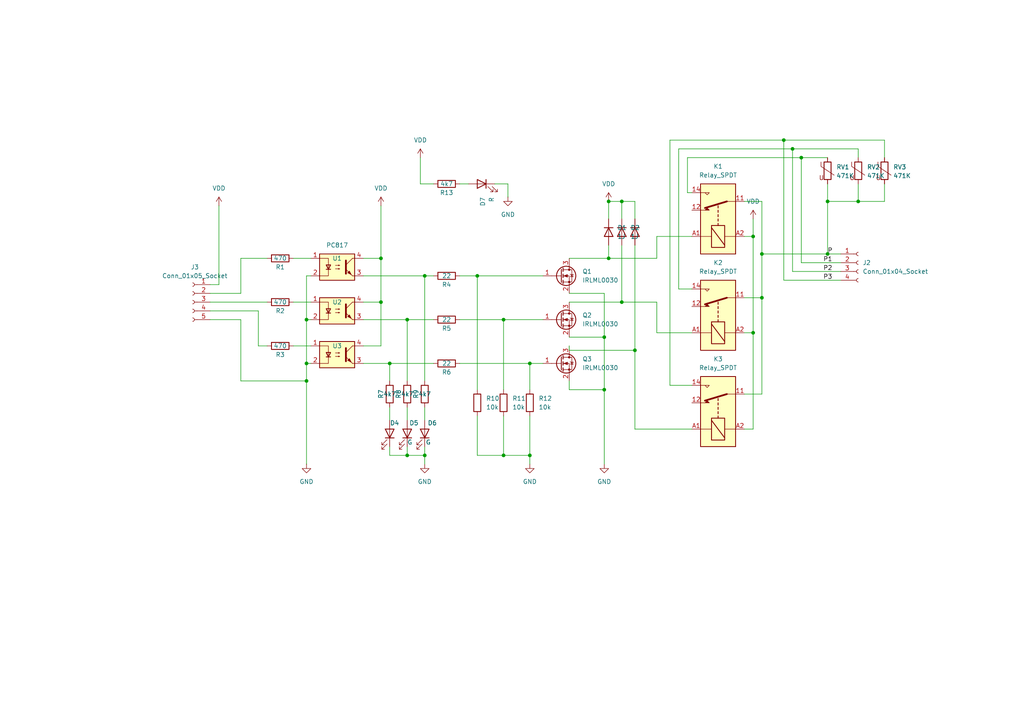
<source format=kicad_sch>
(kicad_sch
	(version 20231120)
	(generator "eeschema")
	(generator_version "8.0")
	(uuid "aeb2e146-8395-44c2-9b78-4c462bf5527a")
	(paper "A4")
	(lib_symbols
		(symbol "Connector:Conn_01x04_Socket"
			(pin_names
				(offset 1.016) hide)
			(exclude_from_sim no)
			(in_bom yes)
			(on_board yes)
			(property "Reference" "J"
				(at 0 5.08 0)
				(effects
					(font
						(size 1.27 1.27)
					)
				)
			)
			(property "Value" "Conn_01x04_Socket"
				(at 0 -7.62 0)
				(effects
					(font
						(size 1.27 1.27)
					)
				)
			)
			(property "Footprint" ""
				(at 0 0 0)
				(effects
					(font
						(size 1.27 1.27)
					)
					(hide yes)
				)
			)
			(property "Datasheet" "~"
				(at 0 0 0)
				(effects
					(font
						(size 1.27 1.27)
					)
					(hide yes)
				)
			)
			(property "Description" "Generic connector, single row, 01x04, script generated"
				(at 0 0 0)
				(effects
					(font
						(size 1.27 1.27)
					)
					(hide yes)
				)
			)
			(property "ki_locked" ""
				(at 0 0 0)
				(effects
					(font
						(size 1.27 1.27)
					)
				)
			)
			(property "ki_keywords" "connector"
				(at 0 0 0)
				(effects
					(font
						(size 1.27 1.27)
					)
					(hide yes)
				)
			)
			(property "ki_fp_filters" "Connector*:*_1x??_*"
				(at 0 0 0)
				(effects
					(font
						(size 1.27 1.27)
					)
					(hide yes)
				)
			)
			(symbol "Conn_01x04_Socket_1_1"
				(arc
					(start 0 -4.572)
					(mid -0.5058 -5.08)
					(end 0 -5.588)
					(stroke
						(width 0.1524)
						(type default)
					)
					(fill
						(type none)
					)
				)
				(arc
					(start 0 -2.032)
					(mid -0.5058 -2.54)
					(end 0 -3.048)
					(stroke
						(width 0.1524)
						(type default)
					)
					(fill
						(type none)
					)
				)
				(polyline
					(pts
						(xy -1.27 -5.08) (xy -0.508 -5.08)
					)
					(stroke
						(width 0.1524)
						(type default)
					)
					(fill
						(type none)
					)
				)
				(polyline
					(pts
						(xy -1.27 -2.54) (xy -0.508 -2.54)
					)
					(stroke
						(width 0.1524)
						(type default)
					)
					(fill
						(type none)
					)
				)
				(polyline
					(pts
						(xy -1.27 0) (xy -0.508 0)
					)
					(stroke
						(width 0.1524)
						(type default)
					)
					(fill
						(type none)
					)
				)
				(polyline
					(pts
						(xy -1.27 2.54) (xy -0.508 2.54)
					)
					(stroke
						(width 0.1524)
						(type default)
					)
					(fill
						(type none)
					)
				)
				(arc
					(start 0 0.508)
					(mid -0.5058 0)
					(end 0 -0.508)
					(stroke
						(width 0.1524)
						(type default)
					)
					(fill
						(type none)
					)
				)
				(arc
					(start 0 3.048)
					(mid -0.5058 2.54)
					(end 0 2.032)
					(stroke
						(width 0.1524)
						(type default)
					)
					(fill
						(type none)
					)
				)
				(pin passive line
					(at -5.08 2.54 0)
					(length 3.81)
					(name "Pin_1"
						(effects
							(font
								(size 1.27 1.27)
							)
						)
					)
					(number "1"
						(effects
							(font
								(size 1.27 1.27)
							)
						)
					)
				)
				(pin passive line
					(at -5.08 0 0)
					(length 3.81)
					(name "Pin_2"
						(effects
							(font
								(size 1.27 1.27)
							)
						)
					)
					(number "2"
						(effects
							(font
								(size 1.27 1.27)
							)
						)
					)
				)
				(pin passive line
					(at -5.08 -2.54 0)
					(length 3.81)
					(name "Pin_3"
						(effects
							(font
								(size 1.27 1.27)
							)
						)
					)
					(number "3"
						(effects
							(font
								(size 1.27 1.27)
							)
						)
					)
				)
				(pin passive line
					(at -5.08 -5.08 0)
					(length 3.81)
					(name "Pin_4"
						(effects
							(font
								(size 1.27 1.27)
							)
						)
					)
					(number "4"
						(effects
							(font
								(size 1.27 1.27)
							)
						)
					)
				)
			)
		)
		(symbol "Connector:Conn_01x05_Socket"
			(pin_names
				(offset 1.016) hide)
			(exclude_from_sim no)
			(in_bom yes)
			(on_board yes)
			(property "Reference" "J"
				(at 0 7.62 0)
				(effects
					(font
						(size 1.27 1.27)
					)
				)
			)
			(property "Value" "Conn_01x05_Socket"
				(at 0 -7.62 0)
				(effects
					(font
						(size 1.27 1.27)
					)
				)
			)
			(property "Footprint" ""
				(at 0 0 0)
				(effects
					(font
						(size 1.27 1.27)
					)
					(hide yes)
				)
			)
			(property "Datasheet" "~"
				(at 0 0 0)
				(effects
					(font
						(size 1.27 1.27)
					)
					(hide yes)
				)
			)
			(property "Description" "Generic connector, single row, 01x05, script generated"
				(at 0 0 0)
				(effects
					(font
						(size 1.27 1.27)
					)
					(hide yes)
				)
			)
			(property "ki_locked" ""
				(at 0 0 0)
				(effects
					(font
						(size 1.27 1.27)
					)
				)
			)
			(property "ki_keywords" "connector"
				(at 0 0 0)
				(effects
					(font
						(size 1.27 1.27)
					)
					(hide yes)
				)
			)
			(property "ki_fp_filters" "Connector*:*_1x??_*"
				(at 0 0 0)
				(effects
					(font
						(size 1.27 1.27)
					)
					(hide yes)
				)
			)
			(symbol "Conn_01x05_Socket_1_1"
				(arc
					(start 0 -4.572)
					(mid -0.5058 -5.08)
					(end 0 -5.588)
					(stroke
						(width 0.1524)
						(type default)
					)
					(fill
						(type none)
					)
				)
				(arc
					(start 0 -2.032)
					(mid -0.5058 -2.54)
					(end 0 -3.048)
					(stroke
						(width 0.1524)
						(type default)
					)
					(fill
						(type none)
					)
				)
				(polyline
					(pts
						(xy -1.27 -5.08) (xy -0.508 -5.08)
					)
					(stroke
						(width 0.1524)
						(type default)
					)
					(fill
						(type none)
					)
				)
				(polyline
					(pts
						(xy -1.27 -2.54) (xy -0.508 -2.54)
					)
					(stroke
						(width 0.1524)
						(type default)
					)
					(fill
						(type none)
					)
				)
				(polyline
					(pts
						(xy -1.27 0) (xy -0.508 0)
					)
					(stroke
						(width 0.1524)
						(type default)
					)
					(fill
						(type none)
					)
				)
				(polyline
					(pts
						(xy -1.27 2.54) (xy -0.508 2.54)
					)
					(stroke
						(width 0.1524)
						(type default)
					)
					(fill
						(type none)
					)
				)
				(polyline
					(pts
						(xy -1.27 5.08) (xy -0.508 5.08)
					)
					(stroke
						(width 0.1524)
						(type default)
					)
					(fill
						(type none)
					)
				)
				(arc
					(start 0 0.508)
					(mid -0.5058 0)
					(end 0 -0.508)
					(stroke
						(width 0.1524)
						(type default)
					)
					(fill
						(type none)
					)
				)
				(arc
					(start 0 3.048)
					(mid -0.5058 2.54)
					(end 0 2.032)
					(stroke
						(width 0.1524)
						(type default)
					)
					(fill
						(type none)
					)
				)
				(arc
					(start 0 5.588)
					(mid -0.5058 5.08)
					(end 0 4.572)
					(stroke
						(width 0.1524)
						(type default)
					)
					(fill
						(type none)
					)
				)
				(pin passive line
					(at -5.08 5.08 0)
					(length 3.81)
					(name "Pin_1"
						(effects
							(font
								(size 1.27 1.27)
							)
						)
					)
					(number "1"
						(effects
							(font
								(size 1.27 1.27)
							)
						)
					)
				)
				(pin passive line
					(at -5.08 2.54 0)
					(length 3.81)
					(name "Pin_2"
						(effects
							(font
								(size 1.27 1.27)
							)
						)
					)
					(number "2"
						(effects
							(font
								(size 1.27 1.27)
							)
						)
					)
				)
				(pin passive line
					(at -5.08 0 0)
					(length 3.81)
					(name "Pin_3"
						(effects
							(font
								(size 1.27 1.27)
							)
						)
					)
					(number "3"
						(effects
							(font
								(size 1.27 1.27)
							)
						)
					)
				)
				(pin passive line
					(at -5.08 -2.54 0)
					(length 3.81)
					(name "Pin_4"
						(effects
							(font
								(size 1.27 1.27)
							)
						)
					)
					(number "4"
						(effects
							(font
								(size 1.27 1.27)
							)
						)
					)
				)
				(pin passive line
					(at -5.08 -5.08 0)
					(length 3.81)
					(name "Pin_5"
						(effects
							(font
								(size 1.27 1.27)
							)
						)
					)
					(number "5"
						(effects
							(font
								(size 1.27 1.27)
							)
						)
					)
				)
			)
		)
		(symbol "Device:LED"
			(pin_numbers hide)
			(pin_names
				(offset 1.016) hide)
			(exclude_from_sim no)
			(in_bom yes)
			(on_board yes)
			(property "Reference" "D"
				(at 0 2.54 0)
				(effects
					(font
						(size 1.27 1.27)
					)
				)
			)
			(property "Value" "LED"
				(at 0 -2.54 0)
				(effects
					(font
						(size 1.27 1.27)
					)
				)
			)
			(property "Footprint" ""
				(at 0 0 0)
				(effects
					(font
						(size 1.27 1.27)
					)
					(hide yes)
				)
			)
			(property "Datasheet" "~"
				(at 0 0 0)
				(effects
					(font
						(size 1.27 1.27)
					)
					(hide yes)
				)
			)
			(property "Description" "Light emitting diode"
				(at 0 0 0)
				(effects
					(font
						(size 1.27 1.27)
					)
					(hide yes)
				)
			)
			(property "ki_keywords" "LED diode"
				(at 0 0 0)
				(effects
					(font
						(size 1.27 1.27)
					)
					(hide yes)
				)
			)
			(property "ki_fp_filters" "LED* LED_SMD:* LED_THT:*"
				(at 0 0 0)
				(effects
					(font
						(size 1.27 1.27)
					)
					(hide yes)
				)
			)
			(symbol "LED_0_1"
				(polyline
					(pts
						(xy -1.27 -1.27) (xy -1.27 1.27)
					)
					(stroke
						(width 0.254)
						(type default)
					)
					(fill
						(type none)
					)
				)
				(polyline
					(pts
						(xy -1.27 0) (xy 1.27 0)
					)
					(stroke
						(width 0)
						(type default)
					)
					(fill
						(type none)
					)
				)
				(polyline
					(pts
						(xy 1.27 -1.27) (xy 1.27 1.27) (xy -1.27 0) (xy 1.27 -1.27)
					)
					(stroke
						(width 0.254)
						(type default)
					)
					(fill
						(type none)
					)
				)
				(polyline
					(pts
						(xy -3.048 -0.762) (xy -4.572 -2.286) (xy -3.81 -2.286) (xy -4.572 -2.286) (xy -4.572 -1.524)
					)
					(stroke
						(width 0)
						(type default)
					)
					(fill
						(type none)
					)
				)
				(polyline
					(pts
						(xy -1.778 -0.762) (xy -3.302 -2.286) (xy -2.54 -2.286) (xy -3.302 -2.286) (xy -3.302 -1.524)
					)
					(stroke
						(width 0)
						(type default)
					)
					(fill
						(type none)
					)
				)
			)
			(symbol "LED_1_1"
				(pin passive line
					(at -3.81 0 0)
					(length 2.54)
					(name "K"
						(effects
							(font
								(size 1.27 1.27)
							)
						)
					)
					(number "1"
						(effects
							(font
								(size 1.27 1.27)
							)
						)
					)
				)
				(pin passive line
					(at 3.81 0 180)
					(length 2.54)
					(name "A"
						(effects
							(font
								(size 1.27 1.27)
							)
						)
					)
					(number "2"
						(effects
							(font
								(size 1.27 1.27)
							)
						)
					)
				)
			)
		)
		(symbol "Device:R"
			(pin_numbers hide)
			(pin_names
				(offset 0)
			)
			(exclude_from_sim no)
			(in_bom yes)
			(on_board yes)
			(property "Reference" "R"
				(at 2.032 0 90)
				(effects
					(font
						(size 1.27 1.27)
					)
				)
			)
			(property "Value" "R"
				(at 0 0 90)
				(effects
					(font
						(size 1.27 1.27)
					)
				)
			)
			(property "Footprint" ""
				(at -1.778 0 90)
				(effects
					(font
						(size 1.27 1.27)
					)
					(hide yes)
				)
			)
			(property "Datasheet" "~"
				(at 0 0 0)
				(effects
					(font
						(size 1.27 1.27)
					)
					(hide yes)
				)
			)
			(property "Description" "Resistor"
				(at 0 0 0)
				(effects
					(font
						(size 1.27 1.27)
					)
					(hide yes)
				)
			)
			(property "ki_keywords" "R res resistor"
				(at 0 0 0)
				(effects
					(font
						(size 1.27 1.27)
					)
					(hide yes)
				)
			)
			(property "ki_fp_filters" "R_*"
				(at 0 0 0)
				(effects
					(font
						(size 1.27 1.27)
					)
					(hide yes)
				)
			)
			(symbol "R_0_1"
				(rectangle
					(start -1.016 -2.54)
					(end 1.016 2.54)
					(stroke
						(width 0.254)
						(type default)
					)
					(fill
						(type none)
					)
				)
			)
			(symbol "R_1_1"
				(pin passive line
					(at 0 3.81 270)
					(length 1.27)
					(name "~"
						(effects
							(font
								(size 1.27 1.27)
							)
						)
					)
					(number "1"
						(effects
							(font
								(size 1.27 1.27)
							)
						)
					)
				)
				(pin passive line
					(at 0 -3.81 90)
					(length 1.27)
					(name "~"
						(effects
							(font
								(size 1.27 1.27)
							)
						)
					)
					(number "2"
						(effects
							(font
								(size 1.27 1.27)
							)
						)
					)
				)
			)
		)
		(symbol "Device:Varistor"
			(pin_numbers hide)
			(pin_names
				(offset 0)
			)
			(exclude_from_sim no)
			(in_bom yes)
			(on_board yes)
			(property "Reference" "RV"
				(at 3.175 0 90)
				(effects
					(font
						(size 1.27 1.27)
					)
				)
			)
			(property "Value" "Varistor"
				(at -3.175 0 90)
				(effects
					(font
						(size 1.27 1.27)
					)
				)
			)
			(property "Footprint" ""
				(at -1.778 0 90)
				(effects
					(font
						(size 1.27 1.27)
					)
					(hide yes)
				)
			)
			(property "Datasheet" "~"
				(at 0 0 0)
				(effects
					(font
						(size 1.27 1.27)
					)
					(hide yes)
				)
			)
			(property "Description" "Voltage dependent resistor"
				(at 0 0 0)
				(effects
					(font
						(size 1.27 1.27)
					)
					(hide yes)
				)
			)
			(property "Sim.Name" "kicad_builtin_varistor"
				(at 0 0 0)
				(effects
					(font
						(size 1.27 1.27)
					)
					(hide yes)
				)
			)
			(property "Sim.Device" "SUBCKT"
				(at 0 0 0)
				(effects
					(font
						(size 1.27 1.27)
					)
					(hide yes)
				)
			)
			(property "Sim.Pins" "1=A 2=B"
				(at 0 0 0)
				(effects
					(font
						(size 1.27 1.27)
					)
					(hide yes)
				)
			)
			(property "Sim.Params" "threshold=1k"
				(at 0 0 0)
				(effects
					(font
						(size 1.27 1.27)
					)
					(hide yes)
				)
			)
			(property "Sim.Library" "${KICAD7_SYMBOL_DIR}/Simulation_SPICE.sp"
				(at 0 0 0)
				(effects
					(font
						(size 1.27 1.27)
					)
					(hide yes)
				)
			)
			(property "ki_keywords" "VDR resistance"
				(at 0 0 0)
				(effects
					(font
						(size 1.27 1.27)
					)
					(hide yes)
				)
			)
			(property "ki_fp_filters" "RV_* Varistor*"
				(at 0 0 0)
				(effects
					(font
						(size 1.27 1.27)
					)
					(hide yes)
				)
			)
			(symbol "Varistor_0_0"
				(text "U"
					(at -1.778 -2.032 0)
					(effects
						(font
							(size 1.27 1.27)
						)
					)
				)
			)
			(symbol "Varistor_0_1"
				(rectangle
					(start -1.016 -2.54)
					(end 1.016 2.54)
					(stroke
						(width 0.254)
						(type default)
					)
					(fill
						(type none)
					)
				)
				(polyline
					(pts
						(xy -1.905 2.54) (xy -1.905 1.27) (xy 1.905 -1.27)
					)
					(stroke
						(width 0)
						(type default)
					)
					(fill
						(type none)
					)
				)
			)
			(symbol "Varistor_1_1"
				(pin passive line
					(at 0 3.81 270)
					(length 1.27)
					(name "~"
						(effects
							(font
								(size 1.27 1.27)
							)
						)
					)
					(number "1"
						(effects
							(font
								(size 1.27 1.27)
							)
						)
					)
				)
				(pin passive line
					(at 0 -3.81 90)
					(length 1.27)
					(name "~"
						(effects
							(font
								(size 1.27 1.27)
							)
						)
					)
					(number "2"
						(effects
							(font
								(size 1.27 1.27)
							)
						)
					)
				)
			)
		)
		(symbol "Diode:US1D"
			(pin_numbers hide)
			(pin_names hide)
			(exclude_from_sim no)
			(in_bom yes)
			(on_board yes)
			(property "Reference" "D"
				(at 0 2.54 0)
				(effects
					(font
						(size 1.27 1.27)
					)
				)
			)
			(property "Value" "US1D"
				(at 0 -2.54 0)
				(effects
					(font
						(size 1.27 1.27)
					)
				)
			)
			(property "Footprint" "Diode_SMD:D_SMA"
				(at 0 -4.445 0)
				(effects
					(font
						(size 1.27 1.27)
					)
					(hide yes)
				)
			)
			(property "Datasheet" "https://www.diodes.com/assets/Datasheets/ds16008.pdf"
				(at 0 0 0)
				(effects
					(font
						(size 1.27 1.27)
					)
					(hide yes)
				)
			)
			(property "Description" "200V, 1A, General Purpose Rectifier Diode, SMA(DO-214AC)"
				(at 0 0 0)
				(effects
					(font
						(size 1.27 1.27)
					)
					(hide yes)
				)
			)
			(property "Sim.Device" "D"
				(at 0 0 0)
				(effects
					(font
						(size 1.27 1.27)
					)
					(hide yes)
				)
			)
			(property "Sim.Pins" "1=K 2=A"
				(at 0 0 0)
				(effects
					(font
						(size 1.27 1.27)
					)
					(hide yes)
				)
			)
			(property "ki_keywords" "Ultra Fast"
				(at 0 0 0)
				(effects
					(font
						(size 1.27 1.27)
					)
					(hide yes)
				)
			)
			(property "ki_fp_filters" "D*SMA*"
				(at 0 0 0)
				(effects
					(font
						(size 1.27 1.27)
					)
					(hide yes)
				)
			)
			(symbol "US1D_0_1"
				(polyline
					(pts
						(xy -1.27 1.27) (xy -1.27 -1.27)
					)
					(stroke
						(width 0.254)
						(type default)
					)
					(fill
						(type none)
					)
				)
				(polyline
					(pts
						(xy 1.27 0) (xy -1.27 0)
					)
					(stroke
						(width 0)
						(type default)
					)
					(fill
						(type none)
					)
				)
				(polyline
					(pts
						(xy 1.27 1.27) (xy 1.27 -1.27) (xy -1.27 0) (xy 1.27 1.27)
					)
					(stroke
						(width 0.254)
						(type default)
					)
					(fill
						(type none)
					)
				)
			)
			(symbol "US1D_1_1"
				(pin passive line
					(at -3.81 0 0)
					(length 2.54)
					(name "K"
						(effects
							(font
								(size 1.27 1.27)
							)
						)
					)
					(number "1"
						(effects
							(font
								(size 1.27 1.27)
							)
						)
					)
				)
				(pin passive line
					(at 3.81 0 180)
					(length 2.54)
					(name "A"
						(effects
							(font
								(size 1.27 1.27)
							)
						)
					)
					(number "2"
						(effects
							(font
								(size 1.27 1.27)
							)
						)
					)
				)
			)
		)
		(symbol "Isolator:PC817"
			(pin_names
				(offset 1.016)
			)
			(exclude_from_sim no)
			(in_bom yes)
			(on_board yes)
			(property "Reference" "U"
				(at -5.08 5.08 0)
				(effects
					(font
						(size 1.27 1.27)
					)
					(justify left)
				)
			)
			(property "Value" "PC817"
				(at 0 5.08 0)
				(effects
					(font
						(size 1.27 1.27)
					)
					(justify left)
				)
			)
			(property "Footprint" "Package_DIP:DIP-4_W7.62mm"
				(at -5.08 -5.08 0)
				(effects
					(font
						(size 1.27 1.27)
						(italic yes)
					)
					(justify left)
					(hide yes)
				)
			)
			(property "Datasheet" "http://www.soselectronic.cz/a_info/resource/d/pc817.pdf"
				(at 0 0 0)
				(effects
					(font
						(size 1.27 1.27)
					)
					(justify left)
					(hide yes)
				)
			)
			(property "Description" "DC Optocoupler, Vce 35V, CTR 50-300%, DIP-4"
				(at 0 0 0)
				(effects
					(font
						(size 1.27 1.27)
					)
					(hide yes)
				)
			)
			(property "ki_keywords" "NPN DC Optocoupler"
				(at 0 0 0)
				(effects
					(font
						(size 1.27 1.27)
					)
					(hide yes)
				)
			)
			(property "ki_fp_filters" "DIP*W7.62mm*"
				(at 0 0 0)
				(effects
					(font
						(size 1.27 1.27)
					)
					(hide yes)
				)
			)
			(symbol "PC817_0_1"
				(rectangle
					(start -5.08 3.81)
					(end 5.08 -3.81)
					(stroke
						(width 0.254)
						(type default)
					)
					(fill
						(type background)
					)
				)
				(polyline
					(pts
						(xy -3.175 -0.635) (xy -1.905 -0.635)
					)
					(stroke
						(width 0.254)
						(type default)
					)
					(fill
						(type none)
					)
				)
				(polyline
					(pts
						(xy 2.54 0.635) (xy 4.445 2.54)
					)
					(stroke
						(width 0)
						(type default)
					)
					(fill
						(type none)
					)
				)
				(polyline
					(pts
						(xy 4.445 -2.54) (xy 2.54 -0.635)
					)
					(stroke
						(width 0)
						(type default)
					)
					(fill
						(type outline)
					)
				)
				(polyline
					(pts
						(xy 4.445 -2.54) (xy 5.08 -2.54)
					)
					(stroke
						(width 0)
						(type default)
					)
					(fill
						(type none)
					)
				)
				(polyline
					(pts
						(xy 4.445 2.54) (xy 5.08 2.54)
					)
					(stroke
						(width 0)
						(type default)
					)
					(fill
						(type none)
					)
				)
				(polyline
					(pts
						(xy -5.08 2.54) (xy -2.54 2.54) (xy -2.54 -0.635)
					)
					(stroke
						(width 0)
						(type default)
					)
					(fill
						(type none)
					)
				)
				(polyline
					(pts
						(xy -2.54 -0.635) (xy -2.54 -2.54) (xy -5.08 -2.54)
					)
					(stroke
						(width 0)
						(type default)
					)
					(fill
						(type none)
					)
				)
				(polyline
					(pts
						(xy 2.54 1.905) (xy 2.54 -1.905) (xy 2.54 -1.905)
					)
					(stroke
						(width 0.508)
						(type default)
					)
					(fill
						(type none)
					)
				)
				(polyline
					(pts
						(xy -2.54 -0.635) (xy -3.175 0.635) (xy -1.905 0.635) (xy -2.54 -0.635)
					)
					(stroke
						(width 0.254)
						(type default)
					)
					(fill
						(type none)
					)
				)
				(polyline
					(pts
						(xy -0.508 -0.508) (xy 0.762 -0.508) (xy 0.381 -0.635) (xy 0.381 -0.381) (xy 0.762 -0.508)
					)
					(stroke
						(width 0)
						(type default)
					)
					(fill
						(type none)
					)
				)
				(polyline
					(pts
						(xy -0.508 0.508) (xy 0.762 0.508) (xy 0.381 0.381) (xy 0.381 0.635) (xy 0.762 0.508)
					)
					(stroke
						(width 0)
						(type default)
					)
					(fill
						(type none)
					)
				)
				(polyline
					(pts
						(xy 3.048 -1.651) (xy 3.556 -1.143) (xy 4.064 -2.159) (xy 3.048 -1.651) (xy 3.048 -1.651)
					)
					(stroke
						(width 0)
						(type default)
					)
					(fill
						(type outline)
					)
				)
			)
			(symbol "PC817_1_1"
				(pin passive line
					(at -7.62 2.54 0)
					(length 2.54)
					(name "~"
						(effects
							(font
								(size 1.27 1.27)
							)
						)
					)
					(number "1"
						(effects
							(font
								(size 1.27 1.27)
							)
						)
					)
				)
				(pin passive line
					(at -7.62 -2.54 0)
					(length 2.54)
					(name "~"
						(effects
							(font
								(size 1.27 1.27)
							)
						)
					)
					(number "2"
						(effects
							(font
								(size 1.27 1.27)
							)
						)
					)
				)
				(pin passive line
					(at 7.62 -2.54 180)
					(length 2.54)
					(name "~"
						(effects
							(font
								(size 1.27 1.27)
							)
						)
					)
					(number "3"
						(effects
							(font
								(size 1.27 1.27)
							)
						)
					)
				)
				(pin passive line
					(at 7.62 2.54 180)
					(length 2.54)
					(name "~"
						(effects
							(font
								(size 1.27 1.27)
							)
						)
					)
					(number "4"
						(effects
							(font
								(size 1.27 1.27)
							)
						)
					)
				)
			)
		)
		(symbol "Relay:Relay_SPDT"
			(exclude_from_sim no)
			(in_bom yes)
			(on_board yes)
			(property "Reference" "K"
				(at 11.43 3.81 0)
				(effects
					(font
						(size 1.27 1.27)
					)
					(justify left)
				)
			)
			(property "Value" "Relay_SPDT"
				(at 11.43 1.27 0)
				(effects
					(font
						(size 1.27 1.27)
					)
					(justify left)
				)
			)
			(property "Footprint" ""
				(at 11.43 -1.27 0)
				(effects
					(font
						(size 1.27 1.27)
					)
					(justify left)
					(hide yes)
				)
			)
			(property "Datasheet" "~"
				(at 0 0 0)
				(effects
					(font
						(size 1.27 1.27)
					)
					(hide yes)
				)
			)
			(property "Description" "Relay SPDT, monostable, EN50005"
				(at 0 0 0)
				(effects
					(font
						(size 1.27 1.27)
					)
					(hide yes)
				)
			)
			(property "ki_keywords" "1P2T 1-Form-C single pole throw"
				(at 0 0 0)
				(effects
					(font
						(size 1.27 1.27)
					)
					(hide yes)
				)
			)
			(property "ki_fp_filters" "Relay?SPDT*"
				(at 0 0 0)
				(effects
					(font
						(size 1.27 1.27)
					)
					(hide yes)
				)
			)
			(symbol "Relay_SPDT_0_0"
				(polyline
					(pts
						(xy 7.62 5.08) (xy 7.62 2.54) (xy 6.985 3.175) (xy 7.62 3.81)
					)
					(stroke
						(width 0)
						(type default)
					)
					(fill
						(type none)
					)
				)
			)
			(symbol "Relay_SPDT_0_1"
				(rectangle
					(start -10.16 5.08)
					(end 10.16 -5.08)
					(stroke
						(width 0.254)
						(type default)
					)
					(fill
						(type background)
					)
				)
				(rectangle
					(start -8.255 1.905)
					(end -1.905 -1.905)
					(stroke
						(width 0.254)
						(type default)
					)
					(fill
						(type none)
					)
				)
				(polyline
					(pts
						(xy -7.62 -1.905) (xy -2.54 1.905)
					)
					(stroke
						(width 0.254)
						(type default)
					)
					(fill
						(type none)
					)
				)
				(polyline
					(pts
						(xy -5.08 -5.08) (xy -5.08 -1.905)
					)
					(stroke
						(width 0)
						(type default)
					)
					(fill
						(type none)
					)
				)
				(polyline
					(pts
						(xy -5.08 5.08) (xy -5.08 1.905)
					)
					(stroke
						(width 0)
						(type default)
					)
					(fill
						(type none)
					)
				)
				(polyline
					(pts
						(xy -1.905 0) (xy -1.27 0)
					)
					(stroke
						(width 0.254)
						(type default)
					)
					(fill
						(type none)
					)
				)
				(polyline
					(pts
						(xy -0.635 0) (xy 0 0)
					)
					(stroke
						(width 0.254)
						(type default)
					)
					(fill
						(type none)
					)
				)
				(polyline
					(pts
						(xy 0.635 0) (xy 1.27 0)
					)
					(stroke
						(width 0.254)
						(type default)
					)
					(fill
						(type none)
					)
				)
				(polyline
					(pts
						(xy 1.905 0) (xy 2.54 0)
					)
					(stroke
						(width 0.254)
						(type default)
					)
					(fill
						(type none)
					)
				)
				(polyline
					(pts
						(xy 3.175 0) (xy 3.81 0)
					)
					(stroke
						(width 0.254)
						(type default)
					)
					(fill
						(type none)
					)
				)
				(polyline
					(pts
						(xy 5.08 -2.54) (xy 3.175 3.81)
					)
					(stroke
						(width 0.508)
						(type default)
					)
					(fill
						(type none)
					)
				)
				(polyline
					(pts
						(xy 5.08 -2.54) (xy 5.08 -5.08)
					)
					(stroke
						(width 0)
						(type default)
					)
					(fill
						(type none)
					)
				)
				(polyline
					(pts
						(xy 2.54 5.08) (xy 2.54 2.54) (xy 3.175 3.175) (xy 2.54 3.81)
					)
					(stroke
						(width 0)
						(type default)
					)
					(fill
						(type outline)
					)
				)
			)
			(symbol "Relay_SPDT_1_1"
				(pin passive line
					(at 5.08 -7.62 90)
					(length 2.54)
					(name "~"
						(effects
							(font
								(size 1.27 1.27)
							)
						)
					)
					(number "11"
						(effects
							(font
								(size 1.27 1.27)
							)
						)
					)
				)
				(pin passive line
					(at 2.54 7.62 270)
					(length 2.54)
					(name "~"
						(effects
							(font
								(size 1.27 1.27)
							)
						)
					)
					(number "12"
						(effects
							(font
								(size 1.27 1.27)
							)
						)
					)
				)
				(pin passive line
					(at 7.62 7.62 270)
					(length 2.54)
					(name "~"
						(effects
							(font
								(size 1.27 1.27)
							)
						)
					)
					(number "14"
						(effects
							(font
								(size 1.27 1.27)
							)
						)
					)
				)
				(pin passive line
					(at -5.08 7.62 270)
					(length 2.54)
					(name "~"
						(effects
							(font
								(size 1.27 1.27)
							)
						)
					)
					(number "A1"
						(effects
							(font
								(size 1.27 1.27)
							)
						)
					)
				)
				(pin passive line
					(at -5.08 -7.62 90)
					(length 2.54)
					(name "~"
						(effects
							(font
								(size 1.27 1.27)
							)
						)
					)
					(number "A2"
						(effects
							(font
								(size 1.27 1.27)
							)
						)
					)
				)
			)
		)
		(symbol "Transistor_FET:IRLML0030"
			(pin_names hide)
			(exclude_from_sim no)
			(in_bom yes)
			(on_board yes)
			(property "Reference" "Q"
				(at 5.08 1.905 0)
				(effects
					(font
						(size 1.27 1.27)
					)
					(justify left)
				)
			)
			(property "Value" "IRLML0030"
				(at 5.08 0 0)
				(effects
					(font
						(size 1.27 1.27)
					)
					(justify left)
				)
			)
			(property "Footprint" "Package_TO_SOT_SMD:SOT-23"
				(at 5.08 -1.905 0)
				(effects
					(font
						(size 1.27 1.27)
						(italic yes)
					)
					(justify left)
					(hide yes)
				)
			)
			(property "Datasheet" "https://www.infineon.com/dgdl/irlml0030pbf.pdf?fileId=5546d462533600a401535664773825df"
				(at 0 0 0)
				(effects
					(font
						(size 1.27 1.27)
					)
					(justify left)
					(hide yes)
				)
			)
			(property "Description" "5.3A Id, 30V Vds, 27mOhm Rds, N-Channel HEXFET Power MOSFET, SOT-23"
				(at 0 0 0)
				(effects
					(font
						(size 1.27 1.27)
					)
					(hide yes)
				)
			)
			(property "ki_keywords" "N-Channel HEXFET MOSFET Logic-Level"
				(at 0 0 0)
				(effects
					(font
						(size 1.27 1.27)
					)
					(hide yes)
				)
			)
			(property "ki_fp_filters" "SOT?23*"
				(at 0 0 0)
				(effects
					(font
						(size 1.27 1.27)
					)
					(hide yes)
				)
			)
			(symbol "IRLML0030_0_1"
				(polyline
					(pts
						(xy 0.254 0) (xy -2.54 0)
					)
					(stroke
						(width 0)
						(type default)
					)
					(fill
						(type none)
					)
				)
				(polyline
					(pts
						(xy 0.254 1.905) (xy 0.254 -1.905)
					)
					(stroke
						(width 0.254)
						(type default)
					)
					(fill
						(type none)
					)
				)
				(polyline
					(pts
						(xy 0.762 -1.27) (xy 0.762 -2.286)
					)
					(stroke
						(width 0.254)
						(type default)
					)
					(fill
						(type none)
					)
				)
				(polyline
					(pts
						(xy 0.762 0.508) (xy 0.762 -0.508)
					)
					(stroke
						(width 0.254)
						(type default)
					)
					(fill
						(type none)
					)
				)
				(polyline
					(pts
						(xy 0.762 2.286) (xy 0.762 1.27)
					)
					(stroke
						(width 0.254)
						(type default)
					)
					(fill
						(type none)
					)
				)
				(polyline
					(pts
						(xy 2.54 2.54) (xy 2.54 1.778)
					)
					(stroke
						(width 0)
						(type default)
					)
					(fill
						(type none)
					)
				)
				(polyline
					(pts
						(xy 2.54 -2.54) (xy 2.54 0) (xy 0.762 0)
					)
					(stroke
						(width 0)
						(type default)
					)
					(fill
						(type none)
					)
				)
				(polyline
					(pts
						(xy 0.762 -1.778) (xy 3.302 -1.778) (xy 3.302 1.778) (xy 0.762 1.778)
					)
					(stroke
						(width 0)
						(type default)
					)
					(fill
						(type none)
					)
				)
				(polyline
					(pts
						(xy 1.016 0) (xy 2.032 0.381) (xy 2.032 -0.381) (xy 1.016 0)
					)
					(stroke
						(width 0)
						(type default)
					)
					(fill
						(type outline)
					)
				)
				(polyline
					(pts
						(xy 2.794 0.508) (xy 2.921 0.381) (xy 3.683 0.381) (xy 3.81 0.254)
					)
					(stroke
						(width 0)
						(type default)
					)
					(fill
						(type none)
					)
				)
				(polyline
					(pts
						(xy 3.302 0.381) (xy 2.921 -0.254) (xy 3.683 -0.254) (xy 3.302 0.381)
					)
					(stroke
						(width 0)
						(type default)
					)
					(fill
						(type none)
					)
				)
				(circle
					(center 1.651 0)
					(radius 2.794)
					(stroke
						(width 0.254)
						(type default)
					)
					(fill
						(type none)
					)
				)
				(circle
					(center 2.54 -1.778)
					(radius 0.254)
					(stroke
						(width 0)
						(type default)
					)
					(fill
						(type outline)
					)
				)
				(circle
					(center 2.54 1.778)
					(radius 0.254)
					(stroke
						(width 0)
						(type default)
					)
					(fill
						(type outline)
					)
				)
			)
			(symbol "IRLML0030_1_1"
				(pin input line
					(at -5.08 0 0)
					(length 2.54)
					(name "G"
						(effects
							(font
								(size 1.27 1.27)
							)
						)
					)
					(number "1"
						(effects
							(font
								(size 1.27 1.27)
							)
						)
					)
				)
				(pin passive line
					(at 2.54 -5.08 90)
					(length 2.54)
					(name "S"
						(effects
							(font
								(size 1.27 1.27)
							)
						)
					)
					(number "2"
						(effects
							(font
								(size 1.27 1.27)
							)
						)
					)
				)
				(pin passive line
					(at 2.54 5.08 270)
					(length 2.54)
					(name "D"
						(effects
							(font
								(size 1.27 1.27)
							)
						)
					)
					(number "3"
						(effects
							(font
								(size 1.27 1.27)
							)
						)
					)
				)
			)
		)
		(symbol "power:GND"
			(power)
			(pin_numbers hide)
			(pin_names
				(offset 0) hide)
			(exclude_from_sim no)
			(in_bom yes)
			(on_board yes)
			(property "Reference" "#PWR"
				(at 0 -6.35 0)
				(effects
					(font
						(size 1.27 1.27)
					)
					(hide yes)
				)
			)
			(property "Value" "GND"
				(at 0 -3.81 0)
				(effects
					(font
						(size 1.27 1.27)
					)
				)
			)
			(property "Footprint" ""
				(at 0 0 0)
				(effects
					(font
						(size 1.27 1.27)
					)
					(hide yes)
				)
			)
			(property "Datasheet" ""
				(at 0 0 0)
				(effects
					(font
						(size 1.27 1.27)
					)
					(hide yes)
				)
			)
			(property "Description" "Power symbol creates a global label with name \"GND\" , ground"
				(at 0 0 0)
				(effects
					(font
						(size 1.27 1.27)
					)
					(hide yes)
				)
			)
			(property "ki_keywords" "global power"
				(at 0 0 0)
				(effects
					(font
						(size 1.27 1.27)
					)
					(hide yes)
				)
			)
			(symbol "GND_0_1"
				(polyline
					(pts
						(xy 0 0) (xy 0 -1.27) (xy 1.27 -1.27) (xy 0 -2.54) (xy -1.27 -1.27) (xy 0 -1.27)
					)
					(stroke
						(width 0)
						(type default)
					)
					(fill
						(type none)
					)
				)
			)
			(symbol "GND_1_1"
				(pin power_in line
					(at 0 0 270)
					(length 0)
					(name "~"
						(effects
							(font
								(size 1.27 1.27)
							)
						)
					)
					(number "1"
						(effects
							(font
								(size 1.27 1.27)
							)
						)
					)
				)
			)
		)
		(symbol "power:VDD"
			(power)
			(pin_names
				(offset 0)
			)
			(exclude_from_sim no)
			(in_bom yes)
			(on_board yes)
			(property "Reference" "#PWR"
				(at 0 -3.81 0)
				(effects
					(font
						(size 1.27 1.27)
					)
					(hide yes)
				)
			)
			(property "Value" "VDD"
				(at 0 3.81 0)
				(effects
					(font
						(size 1.27 1.27)
					)
				)
			)
			(property "Footprint" ""
				(at 0 0 0)
				(effects
					(font
						(size 1.27 1.27)
					)
					(hide yes)
				)
			)
			(property "Datasheet" ""
				(at 0 0 0)
				(effects
					(font
						(size 1.27 1.27)
					)
					(hide yes)
				)
			)
			(property "Description" "Power symbol creates a global label with name \"VDD\""
				(at 0 0 0)
				(effects
					(font
						(size 1.27 1.27)
					)
					(hide yes)
				)
			)
			(property "ki_keywords" "global power"
				(at 0 0 0)
				(effects
					(font
						(size 1.27 1.27)
					)
					(hide yes)
				)
			)
			(symbol "VDD_0_1"
				(polyline
					(pts
						(xy -0.762 1.27) (xy 0 2.54)
					)
					(stroke
						(width 0)
						(type default)
					)
					(fill
						(type none)
					)
				)
				(polyline
					(pts
						(xy 0 0) (xy 0 2.54)
					)
					(stroke
						(width 0)
						(type default)
					)
					(fill
						(type none)
					)
				)
				(polyline
					(pts
						(xy 0 2.54) (xy 0.762 1.27)
					)
					(stroke
						(width 0)
						(type default)
					)
					(fill
						(type none)
					)
				)
			)
			(symbol "VDD_1_1"
				(pin power_in line
					(at 0 0 90)
					(length 0) hide
					(name "VDD"
						(effects
							(font
								(size 1.27 1.27)
							)
						)
					)
					(number "1"
						(effects
							(font
								(size 1.27 1.27)
							)
						)
					)
				)
			)
		)
	)
	(junction
		(at 229.87 43.18)
		(diameter 0)
		(color 0 0 0 0)
		(uuid "0444387f-a3a5-4391-8ff4-a0597e9dbbd2")
	)
	(junction
		(at 227.33 40.64)
		(diameter 0)
		(color 0 0 0 0)
		(uuid "062b1955-28b5-49e8-80d9-ecebc832a23c")
	)
	(junction
		(at 146.05 92.71)
		(diameter 0)
		(color 0 0 0 0)
		(uuid "06e93583-3c24-4edc-8dd0-92a43df29223")
	)
	(junction
		(at 88.9 110.49)
		(diameter 0)
		(color 0 0 0 0)
		(uuid "158642d6-0797-43d8-a3c9-48456d01a634")
	)
	(junction
		(at 113.03 105.41)
		(diameter 0)
		(color 0 0 0 0)
		(uuid "189875a4-7509-4536-a194-e4fb193d25db")
	)
	(junction
		(at 240.03 73.66)
		(diameter 0)
		(color 0 0 0 0)
		(uuid "36f73880-ce8c-4aee-bfe9-a036f4cb050d")
	)
	(junction
		(at 232.41 45.72)
		(diameter 0)
		(color 0 0 0 0)
		(uuid "420a9c2d-83a1-4081-bf25-ab3529abbe9e")
	)
	(junction
		(at 153.67 132.08)
		(diameter 0)
		(color 0 0 0 0)
		(uuid "54b6a966-e100-4219-9188-9322610b3500")
	)
	(junction
		(at 138.43 80.01)
		(diameter 0)
		(color 0 0 0 0)
		(uuid "59a0552b-e91d-4723-b3af-c06f51025d13")
	)
	(junction
		(at 180.34 58.42)
		(diameter 0)
		(color 0 0 0 0)
		(uuid "59e70fa3-587b-4f17-94f4-6bd7b4dbbd69")
	)
	(junction
		(at 218.44 68.58)
		(diameter 0)
		(color 0 0 0 0)
		(uuid "5ae6c52a-8e5a-4094-96da-dea0c5e63390")
	)
	(junction
		(at 248.92 58.42)
		(diameter 0)
		(color 0 0 0 0)
		(uuid "5b149033-2e3d-4dda-8438-f50f78496ab1")
	)
	(junction
		(at 118.11 92.71)
		(diameter 0)
		(color 0 0 0 0)
		(uuid "68c4c21e-6276-4606-b178-a6561a72de75")
	)
	(junction
		(at 175.26 97.79)
		(diameter 0)
		(color 0 0 0 0)
		(uuid "6eab43ed-4cda-4e41-adac-39d79ca6f25f")
	)
	(junction
		(at 123.19 80.01)
		(diameter 0)
		(color 0 0 0 0)
		(uuid "7e25b138-7203-409e-b080-92a0cd63f1b1")
	)
	(junction
		(at 123.19 132.08)
		(diameter 0)
		(color 0 0 0 0)
		(uuid "7f818879-679e-406d-9b18-6c652548b522")
	)
	(junction
		(at 88.9 92.71)
		(diameter 0)
		(color 0 0 0 0)
		(uuid "802a3384-88e4-4684-8616-726141b7b316")
	)
	(junction
		(at 88.9 105.41)
		(diameter 0)
		(color 0 0 0 0)
		(uuid "84a1bb9e-4fe7-43ca-82f1-e06b7b5157e4")
	)
	(junction
		(at 146.05 132.08)
		(diameter 0)
		(color 0 0 0 0)
		(uuid "8d9e875a-daee-429e-b82f-5f2db9efa658")
	)
	(junction
		(at 118.11 132.08)
		(diameter 0)
		(color 0 0 0 0)
		(uuid "93e8c4a5-1eff-40b8-9c11-b3942027f04a")
	)
	(junction
		(at 184.15 101.6)
		(diameter 0)
		(color 0 0 0 0)
		(uuid "98163354-d7d1-44f7-a814-c49ba2945daf")
	)
	(junction
		(at 175.26 113.03)
		(diameter 0)
		(color 0 0 0 0)
		(uuid "9b496218-7031-43e1-bf68-3bebba2f5750")
	)
	(junction
		(at 218.44 96.52)
		(diameter 0)
		(color 0 0 0 0)
		(uuid "9d1f5071-722c-4a5b-bcd3-612fefb2acef")
	)
	(junction
		(at 110.49 74.93)
		(diameter 0)
		(color 0 0 0 0)
		(uuid "ae58b7cb-4fd2-4a26-b85e-7b102e5c9b69")
	)
	(junction
		(at 180.34 87.63)
		(diameter 0)
		(color 0 0 0 0)
		(uuid "af8e0266-0d75-4ece-b853-f0455e6e9e4e")
	)
	(junction
		(at 176.53 58.42)
		(diameter 0)
		(color 0 0 0 0)
		(uuid "b6da5dd9-ed80-4ae1-8011-211d0bb146de")
	)
	(junction
		(at 240.03 58.42)
		(diameter 0)
		(color 0 0 0 0)
		(uuid "c4cfb979-90ec-4805-9508-26dec561fe8e")
	)
	(junction
		(at 110.49 87.63)
		(diameter 0)
		(color 0 0 0 0)
		(uuid "c71ea0a2-8242-4edf-975b-7f575af5749c")
	)
	(junction
		(at 220.98 86.36)
		(diameter 0)
		(color 0 0 0 0)
		(uuid "cfa5c6f7-3d9e-46e0-95fc-0715c9ab1480")
	)
	(junction
		(at 153.67 105.41)
		(diameter 0)
		(color 0 0 0 0)
		(uuid "d5f0f850-01f4-4f8c-ab8a-e65789b68422")
	)
	(junction
		(at 176.53 74.93)
		(diameter 0)
		(color 0 0 0 0)
		(uuid "dcf569ed-7549-4457-8132-dad242f17de7")
	)
	(junction
		(at 220.98 73.66)
		(diameter 0)
		(color 0 0 0 0)
		(uuid "e2848e86-1c00-4bda-9e71-98f3869b2475")
	)
	(wire
		(pts
			(xy 60.96 90.17) (xy 74.93 90.17)
		)
		(stroke
			(width 0)
			(type default)
		)
		(uuid "01318928-0584-4497-bc88-f65c636a9dfe")
	)
	(wire
		(pts
			(xy 69.85 85.09) (xy 69.85 74.93)
		)
		(stroke
			(width 0)
			(type default)
		)
		(uuid "01a3881d-55b9-4d90-bcc9-906c074ebd97")
	)
	(wire
		(pts
			(xy 215.9 96.52) (xy 218.44 96.52)
		)
		(stroke
			(width 0)
			(type default)
		)
		(uuid "01da633b-89d9-4275-b9f1-9cf8b44890df")
	)
	(wire
		(pts
			(xy 118.11 92.71) (xy 118.11 110.49)
		)
		(stroke
			(width 0)
			(type default)
		)
		(uuid "042f5c76-db67-4a86-acd8-c517dbe3de60")
	)
	(wire
		(pts
			(xy 138.43 120.65) (xy 138.43 132.08)
		)
		(stroke
			(width 0)
			(type default)
		)
		(uuid "0472c881-34cc-491b-8360-c12cdb3e5358")
	)
	(wire
		(pts
			(xy 105.41 100.33) (xy 110.49 100.33)
		)
		(stroke
			(width 0)
			(type default)
		)
		(uuid "05e81f52-92e2-4cdc-a5e8-c0adad59479e")
	)
	(wire
		(pts
			(xy 153.67 113.03) (xy 153.67 105.41)
		)
		(stroke
			(width 0)
			(type default)
		)
		(uuid "0677e3fb-fefc-4b46-b8d9-8038b2c1ee69")
	)
	(wire
		(pts
			(xy 88.9 80.01) (xy 88.9 92.71)
		)
		(stroke
			(width 0)
			(type default)
		)
		(uuid "09f421f4-1230-4834-a020-23bb076cdef8")
	)
	(wire
		(pts
			(xy 184.15 124.46) (xy 200.66 124.46)
		)
		(stroke
			(width 0)
			(type default)
		)
		(uuid "0f0306bf-fe70-4146-832f-b1f6cd812f1f")
	)
	(wire
		(pts
			(xy 110.49 87.63) (xy 110.49 100.33)
		)
		(stroke
			(width 0)
			(type default)
		)
		(uuid "0f584850-9e1a-4241-bb86-016c78a9ba13")
	)
	(wire
		(pts
			(xy 176.53 71.12) (xy 176.53 74.93)
		)
		(stroke
			(width 0)
			(type default)
		)
		(uuid "10df6af1-6b68-4ace-bd48-b6f3cacc018e")
	)
	(wire
		(pts
			(xy 220.98 86.36) (xy 220.98 114.3)
		)
		(stroke
			(width 0)
			(type default)
		)
		(uuid "11dcdaab-f7dd-400a-9725-5737ddff3729")
	)
	(wire
		(pts
			(xy 229.87 43.18) (xy 248.92 43.18)
		)
		(stroke
			(width 0)
			(type default)
		)
		(uuid "11e55cab-4ffb-4120-85a0-a1912bb1aa0d")
	)
	(wire
		(pts
			(xy 60.96 92.71) (xy 69.85 92.71)
		)
		(stroke
			(width 0)
			(type default)
		)
		(uuid "126443f2-a5ab-4882-a28a-a582bdfeaf5e")
	)
	(wire
		(pts
			(xy 227.33 40.64) (xy 256.54 40.64)
		)
		(stroke
			(width 0)
			(type default)
		)
		(uuid "14c751ec-4d14-4620-b877-2c03128203b8")
	)
	(wire
		(pts
			(xy 190.5 96.52) (xy 200.66 96.52)
		)
		(stroke
			(width 0)
			(type default)
		)
		(uuid "159cda9c-523d-4134-971e-88480008177d")
	)
	(wire
		(pts
			(xy 165.1 101.6) (xy 184.15 101.6)
		)
		(stroke
			(width 0)
			(type default)
		)
		(uuid "17fd93f3-5e45-4804-abb2-e39872987f6c")
	)
	(wire
		(pts
			(xy 218.44 96.52) (xy 218.44 124.46)
		)
		(stroke
			(width 0)
			(type default)
		)
		(uuid "189a7359-d288-431a-b423-568945e3c120")
	)
	(wire
		(pts
			(xy 63.5 82.55) (xy 63.5 59.69)
		)
		(stroke
			(width 0)
			(type default)
		)
		(uuid "19e7d746-4fdc-4ff7-8620-8a003d7ea290")
	)
	(wire
		(pts
			(xy 69.85 74.93) (xy 77.47 74.93)
		)
		(stroke
			(width 0)
			(type default)
		)
		(uuid "1a64ab8c-f1e1-4d55-b172-f85d80d055b9")
	)
	(wire
		(pts
			(xy 215.9 58.42) (xy 220.98 58.42)
		)
		(stroke
			(width 0)
			(type default)
		)
		(uuid "1bc06357-bbef-454e-ba6f-a188d78f7652")
	)
	(wire
		(pts
			(xy 165.1 74.93) (xy 176.53 74.93)
		)
		(stroke
			(width 0)
			(type default)
		)
		(uuid "2059c4b0-5c94-470a-b6e5-76bd30490a96")
	)
	(wire
		(pts
			(xy 133.35 92.71) (xy 146.05 92.71)
		)
		(stroke
			(width 0)
			(type default)
		)
		(uuid "213fb8d8-412a-4f73-a519-a232fa99fd78")
	)
	(wire
		(pts
			(xy 180.34 58.42) (xy 184.15 58.42)
		)
		(stroke
			(width 0)
			(type default)
		)
		(uuid "217fe30b-5d4e-4735-ade4-3176d08aaf64")
	)
	(wire
		(pts
			(xy 123.19 129.54) (xy 123.19 132.08)
		)
		(stroke
			(width 0)
			(type default)
		)
		(uuid "229169a6-38a3-4389-bfc0-f35e949f1a87")
	)
	(wire
		(pts
			(xy 105.41 105.41) (xy 113.03 105.41)
		)
		(stroke
			(width 0)
			(type default)
		)
		(uuid "2685306d-96ce-4330-9bca-66e9c42c139c")
	)
	(wire
		(pts
			(xy 218.44 68.58) (xy 218.44 96.52)
		)
		(stroke
			(width 0)
			(type default)
		)
		(uuid "283a9f93-6e48-457f-8f36-792e106ea0cc")
	)
	(wire
		(pts
			(xy 180.34 58.42) (xy 180.34 63.5)
		)
		(stroke
			(width 0)
			(type default)
		)
		(uuid "2a47b789-fed0-4cbe-9398-a5e600cc03f4")
	)
	(wire
		(pts
			(xy 176.53 58.42) (xy 180.34 58.42)
		)
		(stroke
			(width 0)
			(type default)
		)
		(uuid "323c11a3-67bd-4c97-8d4b-782b7d892954")
	)
	(wire
		(pts
			(xy 113.03 105.41) (xy 113.03 110.49)
		)
		(stroke
			(width 0)
			(type default)
		)
		(uuid "33890910-5b10-48de-8307-7309d0a937e7")
	)
	(wire
		(pts
			(xy 133.35 105.41) (xy 153.67 105.41)
		)
		(stroke
			(width 0)
			(type default)
		)
		(uuid "35589aae-28d4-4632-b184-92ccfac469af")
	)
	(wire
		(pts
			(xy 105.41 80.01) (xy 123.19 80.01)
		)
		(stroke
			(width 0)
			(type default)
		)
		(uuid "37dbfca9-7428-4012-89cd-e7f0bddd030d")
	)
	(wire
		(pts
			(xy 118.11 92.71) (xy 125.73 92.71)
		)
		(stroke
			(width 0)
			(type default)
		)
		(uuid "39e167db-23ca-4e38-944f-42abcb84b48b")
	)
	(wire
		(pts
			(xy 165.1 113.03) (xy 175.26 113.03)
		)
		(stroke
			(width 0)
			(type default)
		)
		(uuid "3a148b82-6b3a-4c10-b620-73159074d5aa")
	)
	(wire
		(pts
			(xy 232.41 76.2) (xy 243.84 76.2)
		)
		(stroke
			(width 0)
			(type default)
		)
		(uuid "3b717ab5-e16e-435e-969e-1aa934c5aea0")
	)
	(wire
		(pts
			(xy 248.92 43.18) (xy 248.92 45.72)
		)
		(stroke
			(width 0)
			(type default)
		)
		(uuid "3e8bee47-b7f7-4d5d-b2d8-2a47cf76dc15")
	)
	(wire
		(pts
			(xy 227.33 81.28) (xy 243.84 81.28)
		)
		(stroke
			(width 0)
			(type default)
		)
		(uuid "3f9a615e-92a5-420a-b0d1-ec9d64d4b178")
	)
	(wire
		(pts
			(xy 85.09 87.63) (xy 90.17 87.63)
		)
		(stroke
			(width 0)
			(type default)
		)
		(uuid "41f92a23-981f-46a2-9d6f-476e47a8eaa2")
	)
	(wire
		(pts
			(xy 240.03 73.66) (xy 243.84 73.66)
		)
		(stroke
			(width 0)
			(type default)
		)
		(uuid "46d2e0de-18f2-459f-9b56-483c63d1238d")
	)
	(wire
		(pts
			(xy 215.9 114.3) (xy 220.98 114.3)
		)
		(stroke
			(width 0)
			(type default)
		)
		(uuid "47d68084-93b7-4337-ab6f-2542e04d725e")
	)
	(wire
		(pts
			(xy 123.19 132.08) (xy 118.11 132.08)
		)
		(stroke
			(width 0)
			(type default)
		)
		(uuid "47e4b800-c1ec-4dd0-8874-5201e2031961")
	)
	(wire
		(pts
			(xy 153.67 132.08) (xy 153.67 134.62)
		)
		(stroke
			(width 0)
			(type default)
		)
		(uuid "48283011-991a-425c-9700-2b34fcdca85b")
	)
	(wire
		(pts
			(xy 184.15 58.42) (xy 184.15 63.5)
		)
		(stroke
			(width 0)
			(type default)
		)
		(uuid "4ae4e3f7-eca7-492d-a006-3566bf2addd0")
	)
	(wire
		(pts
			(xy 199.39 45.72) (xy 232.41 45.72)
		)
		(stroke
			(width 0)
			(type default)
		)
		(uuid "4cddefe1-a02d-44c7-81f2-0a1a40a990f4")
	)
	(wire
		(pts
			(xy 176.53 74.93) (xy 190.5 74.93)
		)
		(stroke
			(width 0)
			(type default)
		)
		(uuid "4ed41814-e225-460d-a1e0-82fd32d41c8b")
	)
	(wire
		(pts
			(xy 232.41 45.72) (xy 240.03 45.72)
		)
		(stroke
			(width 0)
			(type default)
		)
		(uuid "4f48e91c-bcd4-4a4a-8c4d-a42335e50ab2")
	)
	(wire
		(pts
			(xy 146.05 132.08) (xy 153.67 132.08)
		)
		(stroke
			(width 0)
			(type default)
		)
		(uuid "51ef0a3e-6934-4e0b-aa6d-1d31f672b99a")
	)
	(wire
		(pts
			(xy 232.41 45.72) (xy 232.41 76.2)
		)
		(stroke
			(width 0)
			(type default)
		)
		(uuid "52177aad-3a15-4f5d-85f7-8893e1432e75")
	)
	(wire
		(pts
			(xy 105.41 74.93) (xy 110.49 74.93)
		)
		(stroke
			(width 0)
			(type default)
		)
		(uuid "53791086-2f94-4ef8-925c-50c872aed95a")
	)
	(wire
		(pts
			(xy 175.26 85.09) (xy 175.26 97.79)
		)
		(stroke
			(width 0)
			(type default)
		)
		(uuid "5633e88b-34a8-44c8-b088-9b80cacee3ce")
	)
	(wire
		(pts
			(xy 110.49 59.69) (xy 110.49 74.93)
		)
		(stroke
			(width 0)
			(type default)
		)
		(uuid "5700e78c-8949-4097-8932-4bb23d7a8d2c")
	)
	(wire
		(pts
			(xy 199.39 55.88) (xy 199.39 45.72)
		)
		(stroke
			(width 0)
			(type default)
		)
		(uuid "57fa3503-cb75-43b0-a0ef-3cf33d1394d5")
	)
	(wire
		(pts
			(xy 60.96 82.55) (xy 63.5 82.55)
		)
		(stroke
			(width 0)
			(type default)
		)
		(uuid "5960fa24-b58f-4bc4-9fcf-1d6efda455b7")
	)
	(wire
		(pts
			(xy 229.87 43.18) (xy 229.87 78.74)
		)
		(stroke
			(width 0)
			(type default)
		)
		(uuid "596c2d8c-30d0-49a6-ada8-295f2b59b094")
	)
	(wire
		(pts
			(xy 60.96 85.09) (xy 69.85 85.09)
		)
		(stroke
			(width 0)
			(type default)
		)
		(uuid "5adcf3be-bc01-439d-97ed-abd032df4ba2")
	)
	(wire
		(pts
			(xy 175.26 113.03) (xy 175.26 134.62)
		)
		(stroke
			(width 0)
			(type default)
		)
		(uuid "5b510c68-5f98-490b-b482-a85226113c66")
	)
	(wire
		(pts
			(xy 118.11 132.08) (xy 118.11 129.54)
		)
		(stroke
			(width 0)
			(type default)
		)
		(uuid "5def74d2-ecf6-4391-afda-3b26bb9d7d9b")
	)
	(wire
		(pts
			(xy 256.54 58.42) (xy 256.54 53.34)
		)
		(stroke
			(width 0)
			(type default)
		)
		(uuid "60b91edd-a0d9-4f75-8c95-2055c3cf0d40")
	)
	(wire
		(pts
			(xy 165.1 87.63) (xy 180.34 87.63)
		)
		(stroke
			(width 0)
			(type default)
		)
		(uuid "60f52df8-416d-417d-a5ac-32bcad58ab7a")
	)
	(wire
		(pts
			(xy 138.43 132.08) (xy 146.05 132.08)
		)
		(stroke
			(width 0)
			(type default)
		)
		(uuid "63ad4cd2-8f37-4ad0-a911-8952435fd817")
	)
	(wire
		(pts
			(xy 165.1 101.6) (xy 165.1 100.33)
		)
		(stroke
			(width 0)
			(type default)
		)
		(uuid "64ce023d-ad5f-4de5-b3c0-92bfe3d4491a")
	)
	(wire
		(pts
			(xy 146.05 92.71) (xy 157.48 92.71)
		)
		(stroke
			(width 0)
			(type default)
		)
		(uuid "6871923e-4d50-4245-a29e-73f0a75a34fd")
	)
	(wire
		(pts
			(xy 69.85 92.71) (xy 69.85 110.49)
		)
		(stroke
			(width 0)
			(type default)
		)
		(uuid "68a14c32-c1cc-4c15-910f-26257d1afbb5")
	)
	(wire
		(pts
			(xy 146.05 120.65) (xy 146.05 132.08)
		)
		(stroke
			(width 0)
			(type default)
		)
		(uuid "68d49fda-5e18-4229-893f-10dc2db09930")
	)
	(wire
		(pts
			(xy 113.03 121.92) (xy 113.03 118.11)
		)
		(stroke
			(width 0)
			(type default)
		)
		(uuid "690bf8c1-04c3-4bc1-9d6a-d316f469c43f")
	)
	(wire
		(pts
			(xy 199.39 55.88) (xy 200.66 55.88)
		)
		(stroke
			(width 0)
			(type default)
		)
		(uuid "69c78d8d-e1eb-4ad8-8370-c26fb3b54bf7")
	)
	(wire
		(pts
			(xy 180.34 71.12) (xy 180.34 87.63)
		)
		(stroke
			(width 0)
			(type default)
		)
		(uuid "6a67164e-9095-4fe3-a373-8b81c9a0c108")
	)
	(wire
		(pts
			(xy 240.03 58.42) (xy 240.03 73.66)
		)
		(stroke
			(width 0)
			(type default)
		)
		(uuid "6a7a77f1-1a21-4cbc-9dce-8f97f5e27121")
	)
	(wire
		(pts
			(xy 165.1 85.09) (xy 175.26 85.09)
		)
		(stroke
			(width 0)
			(type default)
		)
		(uuid "6b43b3b1-0fe7-4782-9849-33c9ddd52dd8")
	)
	(wire
		(pts
			(xy 248.92 53.34) (xy 248.92 58.42)
		)
		(stroke
			(width 0)
			(type default)
		)
		(uuid "6b47d859-825c-42c7-81f2-ee720d4653a9")
	)
	(wire
		(pts
			(xy 113.03 132.08) (xy 113.03 129.54)
		)
		(stroke
			(width 0)
			(type default)
		)
		(uuid "6bd8d91d-53fc-4c20-a897-f5728ebe71a0")
	)
	(wire
		(pts
			(xy 184.15 71.12) (xy 184.15 101.6)
		)
		(stroke
			(width 0)
			(type default)
		)
		(uuid "6c35dd39-fa44-43fa-a09a-395ff92726f4")
	)
	(wire
		(pts
			(xy 88.9 110.49) (xy 88.9 105.41)
		)
		(stroke
			(width 0)
			(type default)
		)
		(uuid "70acc049-b7f3-4e7c-b2ba-105fbb143f6b")
	)
	(wire
		(pts
			(xy 256.54 40.64) (xy 256.54 45.72)
		)
		(stroke
			(width 0)
			(type default)
		)
		(uuid "77b0c5ed-ef77-4fdc-ab7e-c78f8edb194c")
	)
	(wire
		(pts
			(xy 105.41 92.71) (xy 118.11 92.71)
		)
		(stroke
			(width 0)
			(type default)
		)
		(uuid "77bb920c-bd08-4294-9c16-2a2b78c07826")
	)
	(wire
		(pts
			(xy 121.92 53.34) (xy 125.73 53.34)
		)
		(stroke
			(width 0)
			(type default)
		)
		(uuid "7bcd3e2b-df60-4d66-8543-ec8442f861ea")
	)
	(wire
		(pts
			(xy 196.85 43.18) (xy 229.87 43.18)
		)
		(stroke
			(width 0)
			(type default)
		)
		(uuid "848a15f0-14ae-4d62-8bd9-bfbff9de429f")
	)
	(wire
		(pts
			(xy 118.11 121.92) (xy 118.11 118.11)
		)
		(stroke
			(width 0)
			(type default)
		)
		(uuid "84aa1eda-5d66-47c4-bd7d-1ca1da77bedb")
	)
	(wire
		(pts
			(xy 60.96 87.63) (xy 77.47 87.63)
		)
		(stroke
			(width 0)
			(type default)
		)
		(uuid "874593e7-a87b-43c8-8740-487cc8716d85")
	)
	(wire
		(pts
			(xy 113.03 105.41) (xy 125.73 105.41)
		)
		(stroke
			(width 0)
			(type default)
		)
		(uuid "8b93ad39-0ccd-411a-956d-330c36923c47")
	)
	(wire
		(pts
			(xy 138.43 80.01) (xy 157.48 80.01)
		)
		(stroke
			(width 0)
			(type default)
		)
		(uuid "8ce1b6dd-3459-4d08-a860-e9cbc016c474")
	)
	(wire
		(pts
			(xy 133.35 80.01) (xy 138.43 80.01)
		)
		(stroke
			(width 0)
			(type default)
		)
		(uuid "8e5b89c8-d14a-49d3-a29e-addf16a76e0f")
	)
	(wire
		(pts
			(xy 165.1 97.79) (xy 175.26 97.79)
		)
		(stroke
			(width 0)
			(type default)
		)
		(uuid "99a2b5ee-0da5-4b09-954e-1d1001bd481c")
	)
	(wire
		(pts
			(xy 240.03 53.34) (xy 240.03 58.42)
		)
		(stroke
			(width 0)
			(type default)
		)
		(uuid "99ed81e9-4863-46ef-8114-f49501751a71")
	)
	(wire
		(pts
			(xy 218.44 63.5) (xy 218.44 68.58)
		)
		(stroke
			(width 0)
			(type default)
		)
		(uuid "9afdf10e-75cf-4f0d-9e02-fa4ac5bc6be3")
	)
	(wire
		(pts
			(xy 200.66 83.82) (xy 196.85 83.82)
		)
		(stroke
			(width 0)
			(type default)
		)
		(uuid "9f037ce9-bd3a-4b64-b61d-bb92226d32da")
	)
	(wire
		(pts
			(xy 123.19 118.11) (xy 123.19 121.92)
		)
		(stroke
			(width 0)
			(type default)
		)
		(uuid "a83310bb-0486-4037-b61c-0c22a46d204d")
	)
	(wire
		(pts
			(xy 196.85 83.82) (xy 196.85 43.18)
		)
		(stroke
			(width 0)
			(type default)
		)
		(uuid "a9426c93-9306-4018-a7cc-0936e61db3c4")
	)
	(wire
		(pts
			(xy 194.31 111.76) (xy 194.31 40.64)
		)
		(stroke
			(width 0)
			(type default)
		)
		(uuid "abcb308a-3ec6-4cf6-b285-ae9df24c67c2")
	)
	(wire
		(pts
			(xy 218.44 124.46) (xy 215.9 124.46)
		)
		(stroke
			(width 0)
			(type default)
		)
		(uuid "abe151ac-5027-46a6-b3ce-79b90b868b7a")
	)
	(wire
		(pts
			(xy 153.67 132.08) (xy 153.67 120.65)
		)
		(stroke
			(width 0)
			(type default)
		)
		(uuid "aef02329-2dc2-4ab4-b129-3ecc72b0a578")
	)
	(wire
		(pts
			(xy 220.98 73.66) (xy 220.98 86.36)
		)
		(stroke
			(width 0)
			(type default)
		)
		(uuid "b1d26d05-34ee-4ce8-ba0b-7ae03631e4e9")
	)
	(wire
		(pts
			(xy 85.09 100.33) (xy 90.17 100.33)
		)
		(stroke
			(width 0)
			(type default)
		)
		(uuid "b26107ea-9932-4ea4-b583-d6ea9c743beb")
	)
	(wire
		(pts
			(xy 240.03 58.42) (xy 248.92 58.42)
		)
		(stroke
			(width 0)
			(type default)
		)
		(uuid "b45fcb3a-beeb-4181-bff2-e40620cb463e")
	)
	(wire
		(pts
			(xy 85.09 74.93) (xy 90.17 74.93)
		)
		(stroke
			(width 0)
			(type default)
		)
		(uuid "b7280918-0332-4e8a-b99d-d80d40dccdf2")
	)
	(wire
		(pts
			(xy 229.87 78.74) (xy 243.84 78.74)
		)
		(stroke
			(width 0)
			(type default)
		)
		(uuid "b77a49d9-989e-4edb-a838-be298aab8a29")
	)
	(wire
		(pts
			(xy 123.19 80.01) (xy 125.73 80.01)
		)
		(stroke
			(width 0)
			(type default)
		)
		(uuid "b8f7f4c0-7705-4f6c-99c3-1f9b819dc2b7")
	)
	(wire
		(pts
			(xy 175.26 97.79) (xy 175.26 113.03)
		)
		(stroke
			(width 0)
			(type default)
		)
		(uuid "bc3aa006-0b62-49aa-bf74-a772e0456c17")
	)
	(wire
		(pts
			(xy 88.9 105.41) (xy 90.17 105.41)
		)
		(stroke
			(width 0)
			(type default)
		)
		(uuid "bfe670fe-6efc-488a-bdfd-109053f61b9e")
	)
	(wire
		(pts
			(xy 190.5 74.93) (xy 190.5 68.58)
		)
		(stroke
			(width 0)
			(type default)
		)
		(uuid "c2b5ebc6-f279-48c6-bf93-60dec7e5a87c")
	)
	(wire
		(pts
			(xy 165.1 110.49) (xy 165.1 113.03)
		)
		(stroke
			(width 0)
			(type default)
		)
		(uuid "c5b9dbd1-8637-4a3c-9860-0b577aa3baee")
	)
	(wire
		(pts
			(xy 180.34 87.63) (xy 190.5 87.63)
		)
		(stroke
			(width 0)
			(type default)
		)
		(uuid "c61ade45-51bd-45a5-a4c3-bd6b74a6b409")
	)
	(wire
		(pts
			(xy 138.43 80.01) (xy 138.43 113.03)
		)
		(stroke
			(width 0)
			(type default)
		)
		(uuid "c72f13a8-f73d-4f34-982c-2a35b125be8c")
	)
	(wire
		(pts
			(xy 190.5 68.58) (xy 200.66 68.58)
		)
		(stroke
			(width 0)
			(type default)
		)
		(uuid "cafeb115-5f8c-403e-a7b4-e659239bd148")
	)
	(wire
		(pts
			(xy 146.05 113.03) (xy 146.05 92.71)
		)
		(stroke
			(width 0)
			(type default)
		)
		(uuid "d29969cf-b946-42d0-ba83-9ca9c47f8e75")
	)
	(wire
		(pts
			(xy 200.66 111.76) (xy 194.31 111.76)
		)
		(stroke
			(width 0)
			(type default)
		)
		(uuid "d2bc32cf-03f3-4aae-8cd9-0998562ea082")
	)
	(wire
		(pts
			(xy 215.9 68.58) (xy 218.44 68.58)
		)
		(stroke
			(width 0)
			(type default)
		)
		(uuid "d2f0a155-c5a0-4022-b48a-99b2138ac8a6")
	)
	(wire
		(pts
			(xy 74.93 90.17) (xy 74.93 100.33)
		)
		(stroke
			(width 0)
			(type default)
		)
		(uuid "d382208d-7beb-4bb9-9a9a-15251eb6fb22")
	)
	(wire
		(pts
			(xy 176.53 63.5) (xy 176.53 58.42)
		)
		(stroke
			(width 0)
			(type default)
		)
		(uuid "d3e7c048-96c0-47f0-a53a-1e20cb3c19da")
	)
	(wire
		(pts
			(xy 74.93 100.33) (xy 77.47 100.33)
		)
		(stroke
			(width 0)
			(type default)
		)
		(uuid "d75d7d65-2cb7-4c36-84dc-527bf91051d5")
	)
	(wire
		(pts
			(xy 88.9 92.71) (xy 88.9 105.41)
		)
		(stroke
			(width 0)
			(type default)
		)
		(uuid "d8c5bd4f-8b64-44a4-b294-d5dbe3bb8336")
	)
	(wire
		(pts
			(xy 105.41 87.63) (xy 110.49 87.63)
		)
		(stroke
			(width 0)
			(type default)
		)
		(uuid "daef2551-d412-4281-97e9-aa5a9e11000a")
	)
	(wire
		(pts
			(xy 147.32 57.15) (xy 147.32 53.34)
		)
		(stroke
			(width 0)
			(type default)
		)
		(uuid "dd1677ca-34ed-4519-93ac-4ca8a1582499")
	)
	(wire
		(pts
			(xy 133.35 53.34) (xy 135.89 53.34)
		)
		(stroke
			(width 0)
			(type default)
		)
		(uuid "dd65b880-f4f3-4a70-b207-5ae9b8ee5e42")
	)
	(wire
		(pts
			(xy 118.11 132.08) (xy 113.03 132.08)
		)
		(stroke
			(width 0)
			(type default)
		)
		(uuid "dd9b4330-e5f9-4c4b-b031-1251ff1ab924")
	)
	(wire
		(pts
			(xy 88.9 92.71) (xy 90.17 92.71)
		)
		(stroke
			(width 0)
			(type default)
		)
		(uuid "de862bda-520b-4fb3-9cec-9853f93bc6e3")
	)
	(wire
		(pts
			(xy 88.9 110.49) (xy 88.9 134.62)
		)
		(stroke
			(width 0)
			(type default)
		)
		(uuid "dfecaec4-53c7-4eb3-9d83-f7743d54e7d6")
	)
	(wire
		(pts
			(xy 123.19 132.08) (xy 123.19 134.62)
		)
		(stroke
			(width 0)
			(type default)
		)
		(uuid "e14d0134-9e4d-4733-8880-89e2f85ac2c2")
	)
	(wire
		(pts
			(xy 227.33 40.64) (xy 227.33 81.28)
		)
		(stroke
			(width 0)
			(type default)
		)
		(uuid "ea406978-510b-49dd-81b2-2236f6dcf1e4")
	)
	(wire
		(pts
			(xy 184.15 101.6) (xy 184.15 124.46)
		)
		(stroke
			(width 0)
			(type default)
		)
		(uuid "ebdf1a4e-dbe7-4f71-92b2-fa4dbc68eb93")
	)
	(wire
		(pts
			(xy 110.49 74.93) (xy 110.49 87.63)
		)
		(stroke
			(width 0)
			(type default)
		)
		(uuid "ed5b50a8-9abe-4194-a858-8fa7a5eb391a")
	)
	(wire
		(pts
			(xy 190.5 87.63) (xy 190.5 96.52)
		)
		(stroke
			(width 0)
			(type default)
		)
		(uuid "ee96980e-2cbc-4667-ab16-619e006f4127")
	)
	(wire
		(pts
			(xy 123.19 80.01) (xy 123.19 110.49)
		)
		(stroke
			(width 0)
			(type default)
		)
		(uuid "f12b7628-6d15-4f97-a825-521f453459c1")
	)
	(wire
		(pts
			(xy 194.31 40.64) (xy 227.33 40.64)
		)
		(stroke
			(width 0)
			(type default)
		)
		(uuid "f1bd1958-d4f6-4f2a-968a-d4c6057a6bc7")
	)
	(wire
		(pts
			(xy 88.9 80.01) (xy 90.17 80.01)
		)
		(stroke
			(width 0)
			(type default)
		)
		(uuid "f26f10ca-32a9-4e29-adb8-5cc86d1b94d1")
	)
	(wire
		(pts
			(xy 215.9 86.36) (xy 220.98 86.36)
		)
		(stroke
			(width 0)
			(type default)
		)
		(uuid "f402a8b0-40f1-4a58-b492-072daaabf74b")
	)
	(wire
		(pts
			(xy 69.85 110.49) (xy 88.9 110.49)
		)
		(stroke
			(width 0)
			(type default)
		)
		(uuid "f76d01df-afc5-448c-82a4-907175465f15")
	)
	(wire
		(pts
			(xy 147.32 53.34) (xy 143.51 53.34)
		)
		(stroke
			(width 0)
			(type default)
		)
		(uuid "f83f1146-391a-4407-927a-a59cf487f272")
	)
	(wire
		(pts
			(xy 153.67 105.41) (xy 157.48 105.41)
		)
		(stroke
			(width 0)
			(type default)
		)
		(uuid "f851d586-c3be-4024-9409-5643e25bbb89")
	)
	(wire
		(pts
			(xy 248.92 58.42) (xy 256.54 58.42)
		)
		(stroke
			(width 0)
			(type default)
		)
		(uuid "fc3fd57a-6f27-419e-a7ff-3a4997c0524b")
	)
	(wire
		(pts
			(xy 121.92 45.72) (xy 121.92 53.34)
		)
		(stroke
			(width 0)
			(type default)
		)
		(uuid "fd0a02fa-33f8-4b26-be70-3bee86cedfde")
	)
	(wire
		(pts
			(xy 220.98 58.42) (xy 220.98 73.66)
		)
		(stroke
			(width 0)
			(type default)
		)
		(uuid "fdcbeb92-4f63-4d18-b187-bc1d09e1eb61")
	)
	(wire
		(pts
			(xy 220.98 73.66) (xy 240.03 73.66)
		)
		(stroke
			(width 0)
			(type default)
		)
		(uuid "fe9b8937-885c-443e-b7ea-9ae99de273a0")
	)
	(label "P3"
		(at 238.76 81.28 0)
		(fields_autoplaced yes)
		(effects
			(font
				(size 1.27 1.27)
			)
			(justify left bottom)
		)
		(uuid "2db93aa9-d3fa-442d-8e78-933fe752d1e5")
	)
	(label "P1"
		(at 238.76 76.2 0)
		(fields_autoplaced yes)
		(effects
			(font
				(size 1.27 1.27)
			)
			(justify left bottom)
		)
		(uuid "49096263-237b-459f-8fe2-0c825a54e4ae")
	)
	(label "P2"
		(at 238.76 78.74 0)
		(fields_autoplaced yes)
		(effects
			(font
				(size 1.27 1.27)
			)
			(justify left bottom)
		)
		(uuid "806e696a-d270-4605-ab02-5e0296c4bcfc")
	)
	(label "P"
		(at 240.03 73.66 0)
		(fields_autoplaced yes)
		(effects
			(font
				(size 1.27 1.27)
			)
			(justify left bottom)
		)
		(uuid "9a375a82-2482-4b68-849e-0413be6da90f")
	)
	(symbol
		(lib_id "Device:Varistor")
		(at 240.03 49.53 0)
		(unit 1)
		(exclude_from_sim no)
		(in_bom yes)
		(on_board yes)
		(dnp no)
		(fields_autoplaced yes)
		(uuid "026535e2-5828-4f55-98f6-bd99b652a1d3")
		(property "Reference" "RV1"
			(at 242.57 48.4532 0)
			(effects
				(font
					(size 1.27 1.27)
				)
				(justify left)
			)
		)
		(property "Value" "471K"
			(at 242.57 50.9932 0)
			(effects
				(font
					(size 1.27 1.27)
				)
				(justify left)
			)
		)
		(property "Footprint" "Varistor:RV_Disc_D9mm_W3.3mm_P5mm"
			(at 238.252 49.53 90)
			(effects
				(font
					(size 1.27 1.27)
				)
				(hide yes)
			)
		)
		(property "Datasheet" "~"
			(at 240.03 49.53 0)
			(effects
				(font
					(size 1.27 1.27)
				)
				(hide yes)
			)
		)
		(property "Description" "Voltage dependent resistor"
			(at 240.03 49.53 0)
			(effects
				(font
					(size 1.27 1.27)
				)
				(hide yes)
			)
		)
		(property "Sim.Name" "kicad_builtin_varistor"
			(at 240.03 49.53 0)
			(effects
				(font
					(size 1.27 1.27)
				)
				(hide yes)
			)
		)
		(property "Sim.Device" "SUBCKT"
			(at 240.03 49.53 0)
			(effects
				(font
					(size 1.27 1.27)
				)
				(hide yes)
			)
		)
		(property "Sim.Pins" "1=A 2=B"
			(at 240.03 49.53 0)
			(effects
				(font
					(size 1.27 1.27)
				)
				(hide yes)
			)
		)
		(property "Sim.Params" "threshold=1k"
			(at 240.03 49.53 0)
			(effects
				(font
					(size 1.27 1.27)
				)
				(hide yes)
			)
		)
		(property "Sim.Library" "${KICAD7_SYMBOL_DIR}/Simulation_SPICE.sp"
			(at 240.03 49.53 0)
			(effects
				(font
					(size 1.27 1.27)
				)
				(hide yes)
			)
		)
		(pin "2"
			(uuid "c6e37a51-9bc9-4dbc-a3a3-8a7862f04cab")
		)
		(pin "1"
			(uuid "dc243b26-c68e-4670-aca4-750e5a52c1e1")
		)
		(instances
			(project ""
				(path "/aeb2e146-8395-44c2-9b78-4c462bf5527a"
					(reference "RV1")
					(unit 1)
				)
			)
		)
	)
	(symbol
		(lib_id "Relay:Relay_SPDT")
		(at 208.28 91.44 90)
		(unit 1)
		(exclude_from_sim no)
		(in_bom yes)
		(on_board yes)
		(dnp no)
		(fields_autoplaced yes)
		(uuid "139011c8-28c0-4092-be6e-044f016968bb")
		(property "Reference" "K2"
			(at 208.28 76.2 90)
			(effects
				(font
					(size 1.27 1.27)
				)
			)
		)
		(property "Value" "Relay_SPDT"
			(at 208.28 78.74 90)
			(effects
				(font
					(size 1.27 1.27)
				)
			)
		)
		(property "Footprint" "Relay_THT:Relay_SPDT_Omron_G2RL-1-E"
			(at 209.55 80.01 0)
			(effects
				(font
					(size 1.27 1.27)
				)
				(justify left)
				(hide yes)
			)
		)
		(property "Datasheet" "~"
			(at 208.28 91.44 0)
			(effects
				(font
					(size 1.27 1.27)
				)
				(hide yes)
			)
		)
		(property "Description" "Relay SPDT, monostable, EN50005"
			(at 208.28 91.44 0)
			(effects
				(font
					(size 1.27 1.27)
				)
				(hide yes)
			)
		)
		(pin "A2"
			(uuid "2a42e0ef-0641-4c0c-8dea-9123a6f7c952")
		)
		(pin "12"
			(uuid "d86df707-aca1-4d37-a234-d2768ec48098")
		)
		(pin "14"
			(uuid "eef6b2fd-e4cc-4a29-b11f-bd860ffb73c0")
		)
		(pin "11"
			(uuid "8c643f53-01fd-439f-a8e2-7809a49f9247")
		)
		(pin "A1"
			(uuid "5fe47379-6a09-4664-9109-997ae80793bd")
		)
		(instances
			(project "relay"
				(path "/aeb2e146-8395-44c2-9b78-4c462bf5527a"
					(reference "K2")
					(unit 1)
				)
			)
		)
	)
	(symbol
		(lib_id "Connector:Conn_01x05_Socket")
		(at 55.88 87.63 0)
		(mirror y)
		(unit 1)
		(exclude_from_sim no)
		(in_bom yes)
		(on_board yes)
		(dnp no)
		(fields_autoplaced yes)
		(uuid "224eef82-df21-4dba-87da-4c14fb99628c")
		(property "Reference" "J3"
			(at 56.515 77.47 0)
			(effects
				(font
					(size 1.27 1.27)
				)
			)
		)
		(property "Value" "Conn_01x05_Socket"
			(at 56.515 80.01 0)
			(effects
				(font
					(size 1.27 1.27)
				)
			)
		)
		(property "Footprint" "Connector_Phoenix_MC:PhoenixContact_MCV_1,5_5-G-3.81_1x05_P3.81mm_Vertical"
			(at 55.88 87.63 0)
			(effects
				(font
					(size 1.27 1.27)
				)
				(hide yes)
			)
		)
		(property "Datasheet" "~"
			(at 55.88 87.63 0)
			(effects
				(font
					(size 1.27 1.27)
				)
				(hide yes)
			)
		)
		(property "Description" "Generic connector, single row, 01x05, script generated"
			(at 55.88 87.63 0)
			(effects
				(font
					(size 1.27 1.27)
				)
				(hide yes)
			)
		)
		(pin "3"
			(uuid "0a0326e8-daf2-43f0-9603-3c7227739f23")
		)
		(pin "2"
			(uuid "eb18dd43-4734-4f52-955d-189581edd258")
		)
		(pin "5"
			(uuid "c4d9243a-7706-4b19-8a01-2883dd61d1ab")
		)
		(pin "4"
			(uuid "bf47d0f7-937c-498d-9f95-3bf27f8ebfaa")
		)
		(pin "1"
			(uuid "83567eb3-235e-4992-87f8-7a123c4349e1")
		)
		(instances
			(project ""
				(path "/aeb2e146-8395-44c2-9b78-4c462bf5527a"
					(reference "J3")
					(unit 1)
				)
			)
		)
	)
	(symbol
		(lib_id "power:GND")
		(at 88.9 134.62 0)
		(unit 1)
		(exclude_from_sim no)
		(in_bom yes)
		(on_board yes)
		(dnp no)
		(fields_autoplaced yes)
		(uuid "2268e9ee-40fb-4fd0-913b-647f0e7fc2dc")
		(property "Reference" "#PWR08"
			(at 88.9 140.97 0)
			(effects
				(font
					(size 1.27 1.27)
				)
				(hide yes)
			)
		)
		(property "Value" "GND"
			(at 88.9 139.7 0)
			(effects
				(font
					(size 1.27 1.27)
				)
			)
		)
		(property "Footprint" ""
			(at 88.9 134.62 0)
			(effects
				(font
					(size 1.27 1.27)
				)
				(hide yes)
			)
		)
		(property "Datasheet" ""
			(at 88.9 134.62 0)
			(effects
				(font
					(size 1.27 1.27)
				)
				(hide yes)
			)
		)
		(property "Description" "Power symbol creates a global label with name \"GND\" , ground"
			(at 88.9 134.62 0)
			(effects
				(font
					(size 1.27 1.27)
				)
				(hide yes)
			)
		)
		(pin "1"
			(uuid "54ac8f45-5ca4-478c-afb9-92ee4f087312")
		)
		(instances
			(project "relay"
				(path "/aeb2e146-8395-44c2-9b78-4c462bf5527a"
					(reference "#PWR08")
					(unit 1)
				)
			)
		)
	)
	(symbol
		(lib_id "Device:LED")
		(at 118.11 125.73 270)
		(mirror x)
		(unit 1)
		(exclude_from_sim no)
		(in_bom yes)
		(on_board yes)
		(dnp no)
		(uuid "28be8032-1f76-4027-9d6d-3dd2c454ec03")
		(property "Reference" "D5"
			(at 121.412 122.682 90)
			(effects
				(font
					(size 1.27 1.27)
				)
				(justify right)
			)
		)
		(property "Value" "G"
			(at 119.634 128.27 90)
			(effects
				(font
					(size 1.27 1.27)
				)
				(justify right)
			)
		)
		(property "Footprint" "LED_THT:LED_D3.0mm"
			(at 118.11 125.73 0)
			(effects
				(font
					(size 1.27 1.27)
				)
				(hide yes)
			)
		)
		(property "Datasheet" "~"
			(at 118.11 125.73 0)
			(effects
				(font
					(size 1.27 1.27)
				)
				(hide yes)
			)
		)
		(property "Description" ""
			(at 118.11 125.73 0)
			(effects
				(font
					(size 1.27 1.27)
				)
				(hide yes)
			)
		)
		(pin "1"
			(uuid "6b0a69f9-6cd5-4b6e-87e3-1132d861f0e2")
		)
		(pin "2"
			(uuid "b19e5bab-3847-4b6c-8e1c-d1abd50e1610")
		)
		(instances
			(project "relay"
				(path "/aeb2e146-8395-44c2-9b78-4c462bf5527a"
					(reference "D5")
					(unit 1)
				)
			)
		)
	)
	(symbol
		(lib_id "Isolator:PC817")
		(at 97.79 77.47 0)
		(unit 1)
		(exclude_from_sim no)
		(in_bom yes)
		(on_board yes)
		(dnp no)
		(uuid "2d53b309-c4e2-4d03-b350-52fdc38e6850")
		(property "Reference" "U1"
			(at 97.79 74.93 0)
			(effects
				(font
					(size 1.27 1.27)
				)
			)
		)
		(property "Value" "PC817"
			(at 97.79 71.12 0)
			(effects
				(font
					(size 1.27 1.27)
				)
			)
		)
		(property "Footprint" "Package_DIP:DIP-4_W7.62mm"
			(at 92.71 82.55 0)
			(effects
				(font
					(size 1.27 1.27)
					(italic yes)
				)
				(justify left)
				(hide yes)
			)
		)
		(property "Datasheet" "http://www.soselectronic.cz/a_info/resource/d/pc817.pdf"
			(at 97.79 77.47 0)
			(effects
				(font
					(size 1.27 1.27)
				)
				(justify left)
				(hide yes)
			)
		)
		(property "Description" ""
			(at 97.79 77.47 0)
			(effects
				(font
					(size 1.27 1.27)
				)
				(hide yes)
			)
		)
		(pin "1"
			(uuid "d3ad9bb4-03ca-468e-a2a0-a6b62981c512")
		)
		(pin "2"
			(uuid "81e99a54-6bbc-4427-ab1e-9684de2e8eb7")
		)
		(pin "3"
			(uuid "e03ffce5-4970-47ed-a647-9d2a19f58344")
		)
		(pin "4"
			(uuid "b80fc9a6-9e9b-4c8d-b82c-74dadf141a93")
		)
		(instances
			(project "relay"
				(path "/aeb2e146-8395-44c2-9b78-4c462bf5527a"
					(reference "U1")
					(unit 1)
				)
			)
		)
	)
	(symbol
		(lib_id "Device:R")
		(at 129.54 92.71 90)
		(mirror x)
		(unit 1)
		(exclude_from_sim no)
		(in_bom yes)
		(on_board yes)
		(dnp no)
		(uuid "343ad8ef-623e-425e-b6b5-89d0761f8787")
		(property "Reference" "R5"
			(at 129.54 95.25 90)
			(effects
				(font
					(size 1.27 1.27)
				)
			)
		)
		(property "Value" "22"
			(at 129.54 92.71 90)
			(effects
				(font
					(size 1.27 1.27)
				)
			)
		)
		(property "Footprint" "Resistor_SMD:R_1206_3216Metric_Pad1.30x1.75mm_HandSolder"
			(at 129.54 90.932 90)
			(effects
				(font
					(size 1.27 1.27)
				)
				(hide yes)
			)
		)
		(property "Datasheet" "~"
			(at 129.54 92.71 0)
			(effects
				(font
					(size 1.27 1.27)
				)
				(hide yes)
			)
		)
		(property "Description" ""
			(at 129.54 92.71 0)
			(effects
				(font
					(size 1.27 1.27)
				)
				(hide yes)
			)
		)
		(pin "1"
			(uuid "53ec443a-e741-419a-b681-55a4d561b636")
		)
		(pin "2"
			(uuid "9783c1bb-b02c-4075-afa3-c8b2d6f0a3b7")
		)
		(instances
			(project "relay"
				(path "/aeb2e146-8395-44c2-9b78-4c462bf5527a"
					(reference "R5")
					(unit 1)
				)
			)
		)
	)
	(symbol
		(lib_id "Device:R")
		(at 81.28 100.33 90)
		(mirror x)
		(unit 1)
		(exclude_from_sim no)
		(in_bom yes)
		(on_board yes)
		(dnp no)
		(uuid "344bdb28-f4c2-42f0-b1a7-40f2b69b833c")
		(property "Reference" "R3"
			(at 81.28 102.87 90)
			(effects
				(font
					(size 1.27 1.27)
				)
			)
		)
		(property "Value" "470"
			(at 81.28 100.33 90)
			(effects
				(font
					(size 1.27 1.27)
				)
			)
		)
		(property "Footprint" "Resistor_SMD:R_1206_3216Metric_Pad1.30x1.75mm_HandSolder"
			(at 81.28 98.552 90)
			(effects
				(font
					(size 1.27 1.27)
				)
				(hide yes)
			)
		)
		(property "Datasheet" "~"
			(at 81.28 100.33 0)
			(effects
				(font
					(size 1.27 1.27)
				)
				(hide yes)
			)
		)
		(property "Description" ""
			(at 81.28 100.33 0)
			(effects
				(font
					(size 1.27 1.27)
				)
				(hide yes)
			)
		)
		(pin "1"
			(uuid "0cfa7417-2c05-4963-a18f-561a51145707")
		)
		(pin "2"
			(uuid "c3e8977d-2ae2-4c99-bde2-c4c38e027d52")
		)
		(instances
			(project "relay"
				(path "/aeb2e146-8395-44c2-9b78-4c462bf5527a"
					(reference "R3")
					(unit 1)
				)
			)
		)
	)
	(symbol
		(lib_id "Device:R")
		(at 129.54 105.41 90)
		(mirror x)
		(unit 1)
		(exclude_from_sim no)
		(in_bom yes)
		(on_board yes)
		(dnp no)
		(uuid "3ca6cbad-e23d-4573-b1f0-970156bd5b85")
		(property "Reference" "R6"
			(at 129.54 107.95 90)
			(effects
				(font
					(size 1.27 1.27)
				)
			)
		)
		(property "Value" "22"
			(at 129.54 105.41 90)
			(effects
				(font
					(size 1.27 1.27)
				)
			)
		)
		(property "Footprint" "Resistor_SMD:R_1206_3216Metric_Pad1.30x1.75mm_HandSolder"
			(at 129.54 103.632 90)
			(effects
				(font
					(size 1.27 1.27)
				)
				(hide yes)
			)
		)
		(property "Datasheet" "~"
			(at 129.54 105.41 0)
			(effects
				(font
					(size 1.27 1.27)
				)
				(hide yes)
			)
		)
		(property "Description" ""
			(at 129.54 105.41 0)
			(effects
				(font
					(size 1.27 1.27)
				)
				(hide yes)
			)
		)
		(pin "1"
			(uuid "dc5e2970-0cf0-451c-8a09-37af9f5c5a0e")
		)
		(pin "2"
			(uuid "a3c4c5eb-cc62-4991-8f24-0eeae2a2ff28")
		)
		(instances
			(project "relay"
				(path "/aeb2e146-8395-44c2-9b78-4c462bf5527a"
					(reference "R6")
					(unit 1)
				)
			)
		)
	)
	(symbol
		(lib_id "Device:R")
		(at 113.03 114.3 0)
		(mirror y)
		(unit 1)
		(exclude_from_sim no)
		(in_bom yes)
		(on_board yes)
		(dnp no)
		(uuid "52387812-b74e-46ad-bdab-e9a9b41708d8")
		(property "Reference" "R7"
			(at 110.49 114.3 90)
			(effects
				(font
					(size 1.27 1.27)
				)
			)
		)
		(property "Value" "4k7"
			(at 113.03 114.3 0)
			(effects
				(font
					(size 1.27 1.27)
				)
			)
		)
		(property "Footprint" "Resistor_SMD:R_1206_3216Metric_Pad1.30x1.75mm_HandSolder"
			(at 114.808 114.3 90)
			(effects
				(font
					(size 1.27 1.27)
				)
				(hide yes)
			)
		)
		(property "Datasheet" "~"
			(at 113.03 114.3 0)
			(effects
				(font
					(size 1.27 1.27)
				)
				(hide yes)
			)
		)
		(property "Description" ""
			(at 113.03 114.3 0)
			(effects
				(font
					(size 1.27 1.27)
				)
				(hide yes)
			)
		)
		(pin "1"
			(uuid "1bc9a526-4e0d-468b-b313-fedcd501adf2")
		)
		(pin "2"
			(uuid "4be37017-2e69-4682-90f1-96a13252f9ff")
		)
		(instances
			(project "relay"
				(path "/aeb2e146-8395-44c2-9b78-4c462bf5527a"
					(reference "R7")
					(unit 1)
				)
			)
		)
	)
	(symbol
		(lib_id "power:VDD")
		(at 218.44 63.5 0)
		(mirror y)
		(unit 1)
		(exclude_from_sim no)
		(in_bom yes)
		(on_board yes)
		(dnp no)
		(uuid "59172d8b-b675-4773-bd4c-df9d2e099e5f")
		(property "Reference" "#PWR04"
			(at 218.44 67.31 0)
			(effects
				(font
					(size 1.27 1.27)
				)
				(hide yes)
			)
		)
		(property "Value" "VDD"
			(at 218.44 58.42 0)
			(effects
				(font
					(size 1.27 1.27)
				)
			)
		)
		(property "Footprint" ""
			(at 218.44 63.5 0)
			(effects
				(font
					(size 1.27 1.27)
				)
				(hide yes)
			)
		)
		(property "Datasheet" ""
			(at 218.44 63.5 0)
			(effects
				(font
					(size 1.27 1.27)
				)
				(hide yes)
			)
		)
		(property "Description" ""
			(at 218.44 63.5 0)
			(effects
				(font
					(size 1.27 1.27)
				)
				(hide yes)
			)
		)
		(pin "1"
			(uuid "5ace2687-288d-451e-a3eb-44389ce903df")
		)
		(instances
			(project "relay"
				(path "/aeb2e146-8395-44c2-9b78-4c462bf5527a"
					(reference "#PWR04")
					(unit 1)
				)
			)
		)
	)
	(symbol
		(lib_id "power:VDD")
		(at 176.53 58.42 0)
		(unit 1)
		(exclude_from_sim no)
		(in_bom yes)
		(on_board yes)
		(dnp no)
		(fields_autoplaced yes)
		(uuid "5e787fbe-3520-45cc-a402-d53f8878e01f")
		(property "Reference" "#PWR02"
			(at 176.53 62.23 0)
			(effects
				(font
					(size 1.27 1.27)
				)
				(hide yes)
			)
		)
		(property "Value" "VDD"
			(at 176.53 53.34 0)
			(effects
				(font
					(size 1.27 1.27)
				)
			)
		)
		(property "Footprint" ""
			(at 176.53 58.42 0)
			(effects
				(font
					(size 1.27 1.27)
				)
				(hide yes)
			)
		)
		(property "Datasheet" ""
			(at 176.53 58.42 0)
			(effects
				(font
					(size 1.27 1.27)
				)
				(hide yes)
			)
		)
		(property "Description" ""
			(at 176.53 58.42 0)
			(effects
				(font
					(size 1.27 1.27)
				)
				(hide yes)
			)
		)
		(pin "1"
			(uuid "6a0f8433-1267-4628-954c-27db1fbf67dd")
		)
		(instances
			(project "relay"
				(path "/aeb2e146-8395-44c2-9b78-4c462bf5527a"
					(reference "#PWR02")
					(unit 1)
				)
			)
		)
	)
	(symbol
		(lib_id "Device:LED")
		(at 113.03 125.73 270)
		(mirror x)
		(unit 1)
		(exclude_from_sim no)
		(in_bom yes)
		(on_board yes)
		(dnp no)
		(uuid "69d9aaab-856e-4e2f-83e7-1631951e6cd6")
		(property "Reference" "D4"
			(at 115.824 122.682 90)
			(effects
				(font
					(size 1.27 1.27)
				)
				(justify right)
			)
		)
		(property "Value" "G"
			(at 109.22 128.5875 90)
			(effects
				(font
					(size 1.27 1.27)
				)
				(justify right)
				(hide yes)
			)
		)
		(property "Footprint" "LED_THT:LED_D3.0mm"
			(at 113.03 125.73 0)
			(effects
				(font
					(size 1.27 1.27)
				)
				(hide yes)
			)
		)
		(property "Datasheet" "~"
			(at 113.03 125.73 0)
			(effects
				(font
					(size 1.27 1.27)
				)
				(hide yes)
			)
		)
		(property "Description" ""
			(at 113.03 125.73 0)
			(effects
				(font
					(size 1.27 1.27)
				)
				(hide yes)
			)
		)
		(pin "1"
			(uuid "df69de1c-573c-4563-9af0-4f9ef95484ad")
		)
		(pin "2"
			(uuid "02bb1b32-d772-47a6-b327-7406dbb83c45")
		)
		(instances
			(project "relay"
				(path "/aeb2e146-8395-44c2-9b78-4c462bf5527a"
					(reference "D4")
					(unit 1)
				)
			)
		)
	)
	(symbol
		(lib_id "Diode:US1D")
		(at 184.15 67.31 270)
		(unit 1)
		(exclude_from_sim no)
		(in_bom yes)
		(on_board yes)
		(dnp no)
		(fields_autoplaced yes)
		(uuid "6d6f5bbe-79e5-412d-9a6c-9236bc9c27f1")
		(property "Reference" "D3"
			(at 186.69 66.04 90)
			(effects
				(font
					(size 1.27 1.27)
				)
				(justify left)
				(hide yes)
			)
		)
		(property "Value" "1J"
			(at 186.69 68.58 90)
			(effects
				(font
					(size 1.27 1.27)
				)
				(justify left)
				(hide yes)
			)
		)
		(property "Footprint" "Diode_SMD:D_SMA"
			(at 179.705 67.31 0)
			(effects
				(font
					(size 1.27 1.27)
				)
				(hide yes)
			)
		)
		(property "Datasheet" "https://www.diodes.com/assets/Datasheets/ds16008.pdf"
			(at 184.15 67.31 0)
			(effects
				(font
					(size 1.27 1.27)
				)
				(hide yes)
			)
		)
		(property "Description" ""
			(at 184.15 67.31 0)
			(effects
				(font
					(size 1.27 1.27)
				)
				(hide yes)
			)
		)
		(property "Sim.Device" "D"
			(at 184.15 67.31 0)
			(effects
				(font
					(size 1.27 1.27)
				)
				(hide yes)
			)
		)
		(property "Sim.Pins" "1=K 2=A"
			(at 184.15 67.31 0)
			(effects
				(font
					(size 1.27 1.27)
				)
				(hide yes)
			)
		)
		(pin "1"
			(uuid "54ce5e91-723b-4ff7-9334-625560e69c19")
		)
		(pin "2"
			(uuid "45cad687-b4b7-46d4-9a7d-082cdf94fd2c")
		)
		(instances
			(project "relay"
				(path "/aeb2e146-8395-44c2-9b78-4c462bf5527a"
					(reference "D3")
					(unit 1)
				)
			)
		)
	)
	(symbol
		(lib_id "Diode:US1D")
		(at 180.34 67.31 270)
		(unit 1)
		(exclude_from_sim no)
		(in_bom yes)
		(on_board yes)
		(dnp no)
		(fields_autoplaced yes)
		(uuid "7543d98e-9c51-463d-adc3-f98693692d7e")
		(property "Reference" "D2"
			(at 182.88 66.04 90)
			(effects
				(font
					(size 1.27 1.27)
				)
				(justify left)
			)
		)
		(property "Value" "1J"
			(at 182.88 68.58 90)
			(effects
				(font
					(size 1.27 1.27)
				)
				(justify left)
			)
		)
		(property "Footprint" "Diode_SMD:D_SMA"
			(at 175.895 67.31 0)
			(effects
				(font
					(size 1.27 1.27)
				)
				(hide yes)
			)
		)
		(property "Datasheet" "https://www.diodes.com/assets/Datasheets/ds16008.pdf"
			(at 180.34 67.31 0)
			(effects
				(font
					(size 1.27 1.27)
				)
				(hide yes)
			)
		)
		(property "Description" ""
			(at 180.34 67.31 0)
			(effects
				(font
					(size 1.27 1.27)
				)
				(hide yes)
			)
		)
		(property "Sim.Device" "D"
			(at 180.34 67.31 0)
			(effects
				(font
					(size 1.27 1.27)
				)
				(hide yes)
			)
		)
		(property "Sim.Pins" "1=K 2=A"
			(at 180.34 67.31 0)
			(effects
				(font
					(size 1.27 1.27)
				)
				(hide yes)
			)
		)
		(pin "1"
			(uuid "54186828-ae24-4f22-ab3d-f3ab0ddb7196")
		)
		(pin "2"
			(uuid "6ceb6eac-f7ed-4bf1-a0a0-e32e8c94c137")
		)
		(instances
			(project "relay"
				(path "/aeb2e146-8395-44c2-9b78-4c462bf5527a"
					(reference "D2")
					(unit 1)
				)
			)
		)
	)
	(symbol
		(lib_id "Isolator:PC817")
		(at 97.79 90.17 0)
		(unit 1)
		(exclude_from_sim no)
		(in_bom yes)
		(on_board yes)
		(dnp no)
		(uuid "76846f91-706e-4b62-b748-77763c188989")
		(property "Reference" "U2"
			(at 97.79 87.63 0)
			(effects
				(font
					(size 1.27 1.27)
				)
			)
		)
		(property "Value" "PC817"
			(at 97.79 83.82 0)
			(effects
				(font
					(size 1.27 1.27)
				)
				(hide yes)
			)
		)
		(property "Footprint" "Package_DIP:DIP-4_W7.62mm"
			(at 92.71 95.25 0)
			(effects
				(font
					(size 1.27 1.27)
					(italic yes)
				)
				(justify left)
				(hide yes)
			)
		)
		(property "Datasheet" "http://www.soselectronic.cz/a_info/resource/d/pc817.pdf"
			(at 97.79 90.17 0)
			(effects
				(font
					(size 1.27 1.27)
				)
				(justify left)
				(hide yes)
			)
		)
		(property "Description" ""
			(at 97.79 90.17 0)
			(effects
				(font
					(size 1.27 1.27)
				)
				(hide yes)
			)
		)
		(pin "1"
			(uuid "db1ac7fc-60b6-47ff-af06-421b30e4b74a")
		)
		(pin "2"
			(uuid "ce63078f-f220-4ae4-a4ac-596183cc20f4")
		)
		(pin "3"
			(uuid "fc7b16f3-1306-4d53-832e-d22d037ddf43")
		)
		(pin "4"
			(uuid "2ed85495-a3a2-4e06-a33f-c6d70b9c398e")
		)
		(instances
			(project "relay"
				(path "/aeb2e146-8395-44c2-9b78-4c462bf5527a"
					(reference "U2")
					(unit 1)
				)
			)
		)
	)
	(symbol
		(lib_id "Transistor_FET:IRLML0030")
		(at 162.56 105.41 0)
		(unit 1)
		(exclude_from_sim no)
		(in_bom yes)
		(on_board yes)
		(dnp no)
		(fields_autoplaced yes)
		(uuid "7b7033a2-207b-4d5e-bade-39ecbd4bf307")
		(property "Reference" "Q3"
			(at 168.91 104.14 0)
			(effects
				(font
					(size 1.27 1.27)
				)
				(justify left)
			)
		)
		(property "Value" "IRLML0030"
			(at 168.91 106.68 0)
			(effects
				(font
					(size 1.27 1.27)
				)
				(justify left)
			)
		)
		(property "Footprint" "Package_TO_SOT_SMD:SOT-23"
			(at 167.64 107.315 0)
			(effects
				(font
					(size 1.27 1.27)
					(italic yes)
				)
				(justify left)
				(hide yes)
			)
		)
		(property "Datasheet" "https://www.infineon.com/dgdl/irlml0030pbf.pdf?fileId=5546d462533600a401535664773825df"
			(at 162.56 105.41 0)
			(effects
				(font
					(size 1.27 1.27)
				)
				(justify left)
				(hide yes)
			)
		)
		(property "Description" ""
			(at 162.56 105.41 0)
			(effects
				(font
					(size 1.27 1.27)
				)
				(hide yes)
			)
		)
		(pin "1"
			(uuid "1540b930-14e6-4a0a-99f0-7752cca93e53")
		)
		(pin "2"
			(uuid "219c6a01-80ca-470e-9b16-3a47b397f74c")
		)
		(pin "3"
			(uuid "cef757ec-7c7b-42e8-a43e-bf7f76ad37fc")
		)
		(instances
			(project "relay"
				(path "/aeb2e146-8395-44c2-9b78-4c462bf5527a"
					(reference "Q3")
					(unit 1)
				)
			)
		)
	)
	(symbol
		(lib_id "power:VDD")
		(at 121.92 45.72 0)
		(mirror y)
		(unit 1)
		(exclude_from_sim no)
		(in_bom yes)
		(on_board yes)
		(dnp no)
		(uuid "7c7019a5-bb8c-4018-9340-437211c43c9d")
		(property "Reference" "#PWR09"
			(at 121.92 49.53 0)
			(effects
				(font
					(size 1.27 1.27)
				)
				(hide yes)
			)
		)
		(property "Value" "VDD"
			(at 121.92 40.64 0)
			(effects
				(font
					(size 1.27 1.27)
				)
			)
		)
		(property "Footprint" ""
			(at 121.92 45.72 0)
			(effects
				(font
					(size 1.27 1.27)
				)
				(hide yes)
			)
		)
		(property "Datasheet" ""
			(at 121.92 45.72 0)
			(effects
				(font
					(size 1.27 1.27)
				)
				(hide yes)
			)
		)
		(property "Description" ""
			(at 121.92 45.72 0)
			(effects
				(font
					(size 1.27 1.27)
				)
				(hide yes)
			)
		)
		(pin "1"
			(uuid "29a71097-58c8-43ec-b522-c10a89273b4a")
		)
		(instances
			(project "relay"
				(path "/aeb2e146-8395-44c2-9b78-4c462bf5527a"
					(reference "#PWR09")
					(unit 1)
				)
			)
		)
	)
	(symbol
		(lib_id "Device:R")
		(at 81.28 74.93 90)
		(mirror x)
		(unit 1)
		(exclude_from_sim no)
		(in_bom yes)
		(on_board yes)
		(dnp no)
		(uuid "80bb4202-c8ca-410d-85c7-2474f30d8933")
		(property "Reference" "R1"
			(at 81.28 77.47 90)
			(effects
				(font
					(size 1.27 1.27)
				)
			)
		)
		(property "Value" "470"
			(at 81.28 74.93 90)
			(effects
				(font
					(size 1.27 1.27)
				)
			)
		)
		(property "Footprint" "Resistor_SMD:R_1206_3216Metric_Pad1.30x1.75mm_HandSolder"
			(at 81.28 73.152 90)
			(effects
				(font
					(size 1.27 1.27)
				)
				(hide yes)
			)
		)
		(property "Datasheet" "~"
			(at 81.28 74.93 0)
			(effects
				(font
					(size 1.27 1.27)
				)
				(hide yes)
			)
		)
		(property "Description" ""
			(at 81.28 74.93 0)
			(effects
				(font
					(size 1.27 1.27)
				)
				(hide yes)
			)
		)
		(pin "1"
			(uuid "235d3254-b328-4727-80c0-38a8f0084853")
		)
		(pin "2"
			(uuid "1e6d1a8c-b921-40b6-97ec-1df299b17eaa")
		)
		(instances
			(project "relay"
				(path "/aeb2e146-8395-44c2-9b78-4c462bf5527a"
					(reference "R1")
					(unit 1)
				)
			)
		)
	)
	(symbol
		(lib_id "Relay:Relay_SPDT")
		(at 208.28 63.5 90)
		(unit 1)
		(exclude_from_sim no)
		(in_bom yes)
		(on_board yes)
		(dnp no)
		(fields_autoplaced yes)
		(uuid "8640666f-aba4-4b62-acbc-4a57b51ba261")
		(property "Reference" "K1"
			(at 208.28 48.26 90)
			(effects
				(font
					(size 1.27 1.27)
				)
			)
		)
		(property "Value" "Relay_SPDT"
			(at 208.28 50.8 90)
			(effects
				(font
					(size 1.27 1.27)
				)
			)
		)
		(property "Footprint" "Relay_THT:Relay_SPDT_Omron_G2RL-1-E"
			(at 209.55 52.07 0)
			(effects
				(font
					(size 1.27 1.27)
				)
				(justify left)
				(hide yes)
			)
		)
		(property "Datasheet" "~"
			(at 208.28 63.5 0)
			(effects
				(font
					(size 1.27 1.27)
				)
				(hide yes)
			)
		)
		(property "Description" "Relay SPDT, monostable, EN50005"
			(at 208.28 63.5 0)
			(effects
				(font
					(size 1.27 1.27)
				)
				(hide yes)
			)
		)
		(pin "A2"
			(uuid "afd88f07-28ab-4a87-8f6a-6d214bf94913")
		)
		(pin "12"
			(uuid "bbcb721e-857b-40c9-bb6b-c9b8bad22c24")
		)
		(pin "14"
			(uuid "9e726c7d-4026-4c49-bed9-ccefc4523828")
		)
		(pin "11"
			(uuid "8571d87d-48ad-432f-97c6-a787a0b52826")
		)
		(pin "A1"
			(uuid "68dead9c-af0a-41f0-a083-f8233f7d57e8")
		)
		(instances
			(project ""
				(path "/aeb2e146-8395-44c2-9b78-4c462bf5527a"
					(reference "K1")
					(unit 1)
				)
			)
		)
	)
	(symbol
		(lib_id "Transistor_FET:IRLML0030")
		(at 162.56 92.71 0)
		(unit 1)
		(exclude_from_sim no)
		(in_bom yes)
		(on_board yes)
		(dnp no)
		(fields_autoplaced yes)
		(uuid "8c064d89-7ff7-4df2-9bbf-c501991d9148")
		(property "Reference" "Q2"
			(at 168.91 91.44 0)
			(effects
				(font
					(size 1.27 1.27)
				)
				(justify left)
			)
		)
		(property "Value" "IRLML0030"
			(at 168.91 93.98 0)
			(effects
				(font
					(size 1.27 1.27)
				)
				(justify left)
			)
		)
		(property "Footprint" "Package_TO_SOT_SMD:SOT-23"
			(at 167.64 94.615 0)
			(effects
				(font
					(size 1.27 1.27)
					(italic yes)
				)
				(justify left)
				(hide yes)
			)
		)
		(property "Datasheet" "https://www.infineon.com/dgdl/irlml0030pbf.pdf?fileId=5546d462533600a401535664773825df"
			(at 162.56 92.71 0)
			(effects
				(font
					(size 1.27 1.27)
				)
				(justify left)
				(hide yes)
			)
		)
		(property "Description" ""
			(at 162.56 92.71 0)
			(effects
				(font
					(size 1.27 1.27)
				)
				(hide yes)
			)
		)
		(pin "1"
			(uuid "1d90866d-5322-43a1-b122-4d65d9712cda")
		)
		(pin "2"
			(uuid "199f57ee-1484-451b-b4c4-c1311fb82e76")
		)
		(pin "3"
			(uuid "ae9b6fa1-e0f2-4952-b6b0-64fc4730fed5")
		)
		(instances
			(project "relay"
				(path "/aeb2e146-8395-44c2-9b78-4c462bf5527a"
					(reference "Q2")
					(unit 1)
				)
			)
		)
	)
	(symbol
		(lib_id "Device:R")
		(at 129.54 53.34 90)
		(mirror x)
		(unit 1)
		(exclude_from_sim no)
		(in_bom yes)
		(on_board yes)
		(dnp no)
		(uuid "93f2d2bc-46d0-44d2-9fe6-2f520ef0b16e")
		(property "Reference" "R13"
			(at 129.54 55.88 90)
			(effects
				(font
					(size 1.27 1.27)
				)
			)
		)
		(property "Value" "4k7"
			(at 129.54 53.34 90)
			(effects
				(font
					(size 1.27 1.27)
				)
			)
		)
		(property "Footprint" "Resistor_SMD:R_1206_3216Metric_Pad1.30x1.75mm_HandSolder"
			(at 129.54 51.562 90)
			(effects
				(font
					(size 1.27 1.27)
				)
				(hide yes)
			)
		)
		(property "Datasheet" "~"
			(at 129.54 53.34 0)
			(effects
				(font
					(size 1.27 1.27)
				)
				(hide yes)
			)
		)
		(property "Description" ""
			(at 129.54 53.34 0)
			(effects
				(font
					(size 1.27 1.27)
				)
				(hide yes)
			)
		)
		(pin "1"
			(uuid "8b3ba4b0-a09f-4888-9f0a-b0f4a80b2f74")
		)
		(pin "2"
			(uuid "6508866a-5715-464d-90d2-2b58bda1f878")
		)
		(instances
			(project "relay"
				(path "/aeb2e146-8395-44c2-9b78-4c462bf5527a"
					(reference "R13")
					(unit 1)
				)
			)
		)
	)
	(symbol
		(lib_id "Diode:US1D")
		(at 176.53 67.31 270)
		(unit 1)
		(exclude_from_sim no)
		(in_bom yes)
		(on_board yes)
		(dnp no)
		(fields_autoplaced yes)
		(uuid "9d7d3a29-6d27-41ea-b2ce-1243e9839cfe")
		(property "Reference" "D1"
			(at 179.07 66.04 90)
			(effects
				(font
					(size 1.27 1.27)
				)
				(justify left)
			)
		)
		(property "Value" "1J"
			(at 179.07 68.58 90)
			(effects
				(font
					(size 1.27 1.27)
				)
				(justify left)
			)
		)
		(property "Footprint" "Diode_SMD:D_SMA"
			(at 172.085 67.31 0)
			(effects
				(font
					(size 1.27 1.27)
				)
				(hide yes)
			)
		)
		(property "Datasheet" "https://www.diodes.com/assets/Datasheets/ds16008.pdf"
			(at 176.53 67.31 0)
			(effects
				(font
					(size 1.27 1.27)
				)
				(hide yes)
			)
		)
		(property "Description" ""
			(at 176.53 67.31 0)
			(effects
				(font
					(size 1.27 1.27)
				)
				(hide yes)
			)
		)
		(property "Sim.Device" "D"
			(at 176.53 67.31 0)
			(effects
				(font
					(size 1.27 1.27)
				)
				(hide yes)
			)
		)
		(property "Sim.Pins" "1=K 2=A"
			(at 176.53 67.31 0)
			(effects
				(font
					(size 1.27 1.27)
				)
				(hide yes)
			)
		)
		(pin "1"
			(uuid "7b8c5fa3-0aa8-4964-b4e4-223243f9d9ec")
		)
		(pin "2"
			(uuid "19ff512e-4f35-40da-98b4-d97f3b4e0305")
		)
		(instances
			(project "relay"
				(path "/aeb2e146-8395-44c2-9b78-4c462bf5527a"
					(reference "D1")
					(unit 1)
				)
			)
		)
	)
	(symbol
		(lib_id "Isolator:PC817")
		(at 97.79 102.87 0)
		(unit 1)
		(exclude_from_sim no)
		(in_bom yes)
		(on_board yes)
		(dnp no)
		(uuid "9e83fbf9-c30b-420b-8298-03414edfb700")
		(property "Reference" "U3"
			(at 97.79 100.33 0)
			(effects
				(font
					(size 1.27 1.27)
				)
			)
		)
		(property "Value" "PC817"
			(at 97.79 96.52 0)
			(effects
				(font
					(size 1.27 1.27)
				)
				(hide yes)
			)
		)
		(property "Footprint" "Package_DIP:DIP-4_W7.62mm"
			(at 92.71 107.95 0)
			(effects
				(font
					(size 1.27 1.27)
					(italic yes)
				)
				(justify left)
				(hide yes)
			)
		)
		(property "Datasheet" "http://www.soselectronic.cz/a_info/resource/d/pc817.pdf"
			(at 97.79 102.87 0)
			(effects
				(font
					(size 1.27 1.27)
				)
				(justify left)
				(hide yes)
			)
		)
		(property "Description" ""
			(at 97.79 102.87 0)
			(effects
				(font
					(size 1.27 1.27)
				)
				(hide yes)
			)
		)
		(pin "1"
			(uuid "3ba13dd9-eadf-4848-bd6d-9b9bcb5ea618")
		)
		(pin "2"
			(uuid "03f9f0b8-1fe3-4c5e-b5e0-7b09bad23b34")
		)
		(pin "3"
			(uuid "53db5f8b-1b88-4e72-ac09-2d57ea4497dc")
		)
		(pin "4"
			(uuid "e7b8bdd3-ed47-4e05-b376-41c0915d30f5")
		)
		(instances
			(project "relay"
				(path "/aeb2e146-8395-44c2-9b78-4c462bf5527a"
					(reference "U3")
					(unit 1)
				)
			)
		)
	)
	(symbol
		(lib_id "Connector:Conn_01x04_Socket")
		(at 248.92 76.2 0)
		(unit 1)
		(exclude_from_sim no)
		(in_bom yes)
		(on_board yes)
		(dnp no)
		(fields_autoplaced yes)
		(uuid "9e8b4eaa-65a9-4282-aafd-218861dcad8a")
		(property "Reference" "J2"
			(at 250.19 76.1999 0)
			(effects
				(font
					(size 1.27 1.27)
				)
				(justify left)
			)
		)
		(property "Value" "Conn_01x04_Socket"
			(at 250.19 78.7399 0)
			(effects
				(font
					(size 1.27 1.27)
				)
				(justify left)
			)
		)
		(property "Footprint" "TerminalBlock_Phoenix:TerminalBlock_Phoenix_MKDS-1,5-4_1x04_P5.00mm_Horizontal"
			(at 248.92 76.2 0)
			(effects
				(font
					(size 1.27 1.27)
				)
				(hide yes)
			)
		)
		(property "Datasheet" "~"
			(at 248.92 76.2 0)
			(effects
				(font
					(size 1.27 1.27)
				)
				(hide yes)
			)
		)
		(property "Description" "Generic connector, single row, 01x04, script generated"
			(at 248.92 76.2 0)
			(effects
				(font
					(size 1.27 1.27)
				)
				(hide yes)
			)
		)
		(pin "1"
			(uuid "7c29e63c-4ade-462a-ad95-516241a251b3")
		)
		(pin "2"
			(uuid "dc3e280b-d7f2-49b5-8721-58acfbca26ef")
		)
		(pin "4"
			(uuid "d2252c85-05e5-49f2-ae46-137ae2f1b1a3")
		)
		(pin "3"
			(uuid "163fec1c-b48f-4010-8d1e-687c0df64e66")
		)
		(instances
			(project ""
				(path "/aeb2e146-8395-44c2-9b78-4c462bf5527a"
					(reference "J2")
					(unit 1)
				)
			)
		)
	)
	(symbol
		(lib_id "power:VDD")
		(at 63.5 59.69 0)
		(mirror y)
		(unit 1)
		(exclude_from_sim no)
		(in_bom yes)
		(on_board yes)
		(dnp no)
		(uuid "a9615415-b4ae-4cc0-bcc8-9811942bf5bc")
		(property "Reference" "#PWR07"
			(at 63.5 63.5 0)
			(effects
				(font
					(size 1.27 1.27)
				)
				(hide yes)
			)
		)
		(property "Value" "VDD"
			(at 63.5 54.61 0)
			(effects
				(font
					(size 1.27 1.27)
				)
			)
		)
		(property "Footprint" ""
			(at 63.5 59.69 0)
			(effects
				(font
					(size 1.27 1.27)
				)
				(hide yes)
			)
		)
		(property "Datasheet" ""
			(at 63.5 59.69 0)
			(effects
				(font
					(size 1.27 1.27)
				)
				(hide yes)
			)
		)
		(property "Description" ""
			(at 63.5 59.69 0)
			(effects
				(font
					(size 1.27 1.27)
				)
				(hide yes)
			)
		)
		(pin "1"
			(uuid "d9466545-f3ef-41da-9b89-0d0e614f7ef0")
		)
		(instances
			(project "relay"
				(path "/aeb2e146-8395-44c2-9b78-4c462bf5527a"
					(reference "#PWR07")
					(unit 1)
				)
			)
		)
	)
	(symbol
		(lib_id "Device:R")
		(at 138.43 116.84 0)
		(unit 1)
		(exclude_from_sim no)
		(in_bom yes)
		(on_board yes)
		(dnp no)
		(fields_autoplaced yes)
		(uuid "afb9a416-8b73-4577-a427-d9a6efba0ca6")
		(property "Reference" "R10"
			(at 140.97 115.5699 0)
			(effects
				(font
					(size 1.27 1.27)
				)
				(justify left)
			)
		)
		(property "Value" "10k"
			(at 140.97 118.1099 0)
			(effects
				(font
					(size 1.27 1.27)
				)
				(justify left)
			)
		)
		(property "Footprint" "Resistor_SMD:R_1206_3216Metric_Pad1.30x1.75mm_HandSolder"
			(at 136.652 116.84 90)
			(effects
				(font
					(size 1.27 1.27)
				)
				(hide yes)
			)
		)
		(property "Datasheet" "~"
			(at 138.43 116.84 0)
			(effects
				(font
					(size 1.27 1.27)
				)
				(hide yes)
			)
		)
		(property "Description" "Resistor"
			(at 138.43 116.84 0)
			(effects
				(font
					(size 1.27 1.27)
				)
				(hide yes)
			)
		)
		(pin "2"
			(uuid "69bd75fa-dcc5-446d-9527-e7750c6ef33f")
		)
		(pin "1"
			(uuid "39311f30-b577-4440-9bd9-d6c4f9f0fcbd")
		)
		(instances
			(project ""
				(path "/aeb2e146-8395-44c2-9b78-4c462bf5527a"
					(reference "R10")
					(unit 1)
				)
			)
		)
	)
	(symbol
		(lib_id "Device:R")
		(at 123.19 114.3 0)
		(mirror y)
		(unit 1)
		(exclude_from_sim no)
		(in_bom yes)
		(on_board yes)
		(dnp no)
		(uuid "b0618f8c-19ef-4d08-b229-f85295415b69")
		(property "Reference" "R9"
			(at 120.65 114.3 90)
			(effects
				(font
					(size 1.27 1.27)
				)
			)
		)
		(property "Value" "4k7"
			(at 123.19 114.3 0)
			(effects
				(font
					(size 1.27 1.27)
				)
			)
		)
		(property "Footprint" "Resistor_SMD:R_1206_3216Metric_Pad1.30x1.75mm_HandSolder"
			(at 124.968 114.3 90)
			(effects
				(font
					(size 1.27 1.27)
				)
				(hide yes)
			)
		)
		(property "Datasheet" "~"
			(at 123.19 114.3 0)
			(effects
				(font
					(size 1.27 1.27)
				)
				(hide yes)
			)
		)
		(property "Description" ""
			(at 123.19 114.3 0)
			(effects
				(font
					(size 1.27 1.27)
				)
				(hide yes)
			)
		)
		(pin "1"
			(uuid "02b8882f-b376-4055-94f2-c333e495b094")
		)
		(pin "2"
			(uuid "420aa592-6fb8-406f-846a-d2f595c70eef")
		)
		(instances
			(project "relay"
				(path "/aeb2e146-8395-44c2-9b78-4c462bf5527a"
					(reference "R9")
					(unit 1)
				)
			)
		)
	)
	(symbol
		(lib_id "Device:R")
		(at 129.54 80.01 90)
		(mirror x)
		(unit 1)
		(exclude_from_sim no)
		(in_bom yes)
		(on_board yes)
		(dnp no)
		(uuid "b52db13e-aaf7-4c11-a566-dc3c5f4229b8")
		(property "Reference" "R4"
			(at 129.54 82.55 90)
			(effects
				(font
					(size 1.27 1.27)
				)
			)
		)
		(property "Value" "22"
			(at 129.54 80.01 90)
			(effects
				(font
					(size 1.27 1.27)
				)
			)
		)
		(property "Footprint" "Resistor_SMD:R_1206_3216Metric_Pad1.30x1.75mm_HandSolder"
			(at 129.54 78.232 90)
			(effects
				(font
					(size 1.27 1.27)
				)
				(hide yes)
			)
		)
		(property "Datasheet" "~"
			(at 129.54 80.01 0)
			(effects
				(font
					(size 1.27 1.27)
				)
				(hide yes)
			)
		)
		(property "Description" ""
			(at 129.54 80.01 0)
			(effects
				(font
					(size 1.27 1.27)
				)
				(hide yes)
			)
		)
		(pin "1"
			(uuid "89f169cf-8eb7-4168-9faf-ca3e74a9ba42")
		)
		(pin "2"
			(uuid "3a4810ec-c27f-461f-afc9-2e887a68b5c9")
		)
		(instances
			(project "relay"
				(path "/aeb2e146-8395-44c2-9b78-4c462bf5527a"
					(reference "R4")
					(unit 1)
				)
			)
		)
	)
	(symbol
		(lib_id "power:GND")
		(at 153.67 134.62 0)
		(unit 1)
		(exclude_from_sim no)
		(in_bom yes)
		(on_board yes)
		(dnp no)
		(fields_autoplaced yes)
		(uuid "b98ce75d-0b0e-4ac3-ac41-716106d5aa1c")
		(property "Reference" "#PWR06"
			(at 153.67 140.97 0)
			(effects
				(font
					(size 1.27 1.27)
				)
				(hide yes)
			)
		)
		(property "Value" "GND"
			(at 153.67 139.7 0)
			(effects
				(font
					(size 1.27 1.27)
				)
			)
		)
		(property "Footprint" ""
			(at 153.67 134.62 0)
			(effects
				(font
					(size 1.27 1.27)
				)
				(hide yes)
			)
		)
		(property "Datasheet" ""
			(at 153.67 134.62 0)
			(effects
				(font
					(size 1.27 1.27)
				)
				(hide yes)
			)
		)
		(property "Description" "Power symbol creates a global label with name \"GND\" , ground"
			(at 153.67 134.62 0)
			(effects
				(font
					(size 1.27 1.27)
				)
				(hide yes)
			)
		)
		(pin "1"
			(uuid "4f6358bc-b441-476e-982b-34956d165bd7")
		)
		(instances
			(project "relay"
				(path "/aeb2e146-8395-44c2-9b78-4c462bf5527a"
					(reference "#PWR06")
					(unit 1)
				)
			)
		)
	)
	(symbol
		(lib_id "Device:R")
		(at 81.28 87.63 90)
		(mirror x)
		(unit 1)
		(exclude_from_sim no)
		(in_bom yes)
		(on_board yes)
		(dnp no)
		(uuid "bac586cd-814b-4418-b95f-e6ba0008e608")
		(property "Reference" "R2"
			(at 81.28 90.17 90)
			(effects
				(font
					(size 1.27 1.27)
				)
			)
		)
		(property "Value" "470"
			(at 81.28 87.63 90)
			(effects
				(font
					(size 1.27 1.27)
				)
			)
		)
		(property "Footprint" "Resistor_SMD:R_1206_3216Metric_Pad1.30x1.75mm_HandSolder"
			(at 81.28 85.852 90)
			(effects
				(font
					(size 1.27 1.27)
				)
				(hide yes)
			)
		)
		(property "Datasheet" "~"
			(at 81.28 87.63 0)
			(effects
				(font
					(size 1.27 1.27)
				)
				(hide yes)
			)
		)
		(property "Description" ""
			(at 81.28 87.63 0)
			(effects
				(font
					(size 1.27 1.27)
				)
				(hide yes)
			)
		)
		(pin "1"
			(uuid "d4279357-013d-45c1-8567-2fd1b88e1178")
		)
		(pin "2"
			(uuid "8fda4177-8a73-41a8-bd39-c12dcef962a6")
		)
		(instances
			(project "relay"
				(path "/aeb2e146-8395-44c2-9b78-4c462bf5527a"
					(reference "R2")
					(unit 1)
				)
			)
		)
	)
	(symbol
		(lib_id "power:GND")
		(at 175.26 134.62 0)
		(unit 1)
		(exclude_from_sim no)
		(in_bom yes)
		(on_board yes)
		(dnp no)
		(fields_autoplaced yes)
		(uuid "c619fd02-0be2-4abf-86cd-3d671c987230")
		(property "Reference" "#PWR03"
			(at 175.26 140.97 0)
			(effects
				(font
					(size 1.27 1.27)
				)
				(hide yes)
			)
		)
		(property "Value" "GND"
			(at 175.26 139.7 0)
			(effects
				(font
					(size 1.27 1.27)
				)
			)
		)
		(property "Footprint" ""
			(at 175.26 134.62 0)
			(effects
				(font
					(size 1.27 1.27)
				)
				(hide yes)
			)
		)
		(property "Datasheet" ""
			(at 175.26 134.62 0)
			(effects
				(font
					(size 1.27 1.27)
				)
				(hide yes)
			)
		)
		(property "Description" "Power symbol creates a global label with name \"GND\" , ground"
			(at 175.26 134.62 0)
			(effects
				(font
					(size 1.27 1.27)
				)
				(hide yes)
			)
		)
		(pin "1"
			(uuid "44e1d420-26ee-467d-8a87-fb28770a61f1")
		)
		(instances
			(project ""
				(path "/aeb2e146-8395-44c2-9b78-4c462bf5527a"
					(reference "#PWR03")
					(unit 1)
				)
			)
		)
	)
	(symbol
		(lib_id "Device:Varistor")
		(at 256.54 49.53 0)
		(unit 1)
		(exclude_from_sim no)
		(in_bom yes)
		(on_board yes)
		(dnp no)
		(fields_autoplaced yes)
		(uuid "cc299672-f9d0-494a-983a-82591d4af151")
		(property "Reference" "RV3"
			(at 259.08 48.4532 0)
			(effects
				(font
					(size 1.27 1.27)
				)
				(justify left)
			)
		)
		(property "Value" "471K"
			(at 259.08 50.9932 0)
			(effects
				(font
					(size 1.27 1.27)
				)
				(justify left)
			)
		)
		(property "Footprint" "Varistor:RV_Disc_D9mm_W3.3mm_P5mm"
			(at 254.762 49.53 90)
			(effects
				(font
					(size 1.27 1.27)
				)
				(hide yes)
			)
		)
		(property "Datasheet" "~"
			(at 256.54 49.53 0)
			(effects
				(font
					(size 1.27 1.27)
				)
				(hide yes)
			)
		)
		(property "Description" "Voltage dependent resistor"
			(at 256.54 49.53 0)
			(effects
				(font
					(size 1.27 1.27)
				)
				(hide yes)
			)
		)
		(property "Sim.Name" "kicad_builtin_varistor"
			(at 256.54 49.53 0)
			(effects
				(font
					(size 1.27 1.27)
				)
				(hide yes)
			)
		)
		(property "Sim.Device" "SUBCKT"
			(at 256.54 49.53 0)
			(effects
				(font
					(size 1.27 1.27)
				)
				(hide yes)
			)
		)
		(property "Sim.Pins" "1=A 2=B"
			(at 256.54 49.53 0)
			(effects
				(font
					(size 1.27 1.27)
				)
				(hide yes)
			)
		)
		(property "Sim.Params" "threshold=1k"
			(at 256.54 49.53 0)
			(effects
				(font
					(size 1.27 1.27)
				)
				(hide yes)
			)
		)
		(property "Sim.Library" "${KICAD7_SYMBOL_DIR}/Simulation_SPICE.sp"
			(at 256.54 49.53 0)
			(effects
				(font
					(size 1.27 1.27)
				)
				(hide yes)
			)
		)
		(pin "2"
			(uuid "6279e7d2-3af9-4ce8-9524-1e0bc40bdbbb")
		)
		(pin "1"
			(uuid "675c5a30-3c87-4acc-9501-4c8f1ca09238")
		)
		(instances
			(project "relay"
				(path "/aeb2e146-8395-44c2-9b78-4c462bf5527a"
					(reference "RV3")
					(unit 1)
				)
			)
		)
	)
	(symbol
		(lib_id "power:GND")
		(at 147.32 57.15 0)
		(unit 1)
		(exclude_from_sim no)
		(in_bom yes)
		(on_board yes)
		(dnp no)
		(fields_autoplaced yes)
		(uuid "cf8d7b48-31c1-4e8a-bbdc-8d66632b55bd")
		(property "Reference" "#PWR010"
			(at 147.32 63.5 0)
			(effects
				(font
					(size 1.27 1.27)
				)
				(hide yes)
			)
		)
		(property "Value" "GND"
			(at 147.32 62.23 0)
			(effects
				(font
					(size 1.27 1.27)
				)
			)
		)
		(property "Footprint" ""
			(at 147.32 57.15 0)
			(effects
				(font
					(size 1.27 1.27)
				)
				(hide yes)
			)
		)
		(property "Datasheet" ""
			(at 147.32 57.15 0)
			(effects
				(font
					(size 1.27 1.27)
				)
				(hide yes)
			)
		)
		(property "Description" "Power symbol creates a global label with name \"GND\" , ground"
			(at 147.32 57.15 0)
			(effects
				(font
					(size 1.27 1.27)
				)
				(hide yes)
			)
		)
		(pin "1"
			(uuid "be343735-162f-4a88-a866-9c5264c2e6ae")
		)
		(instances
			(project "relay"
				(path "/aeb2e146-8395-44c2-9b78-4c462bf5527a"
					(reference "#PWR010")
					(unit 1)
				)
			)
		)
	)
	(symbol
		(lib_id "Transistor_FET:IRLML0030")
		(at 162.56 80.01 0)
		(unit 1)
		(exclude_from_sim no)
		(in_bom yes)
		(on_board yes)
		(dnp no)
		(fields_autoplaced yes)
		(uuid "e06bce1e-187b-4730-8b4c-dc82e04eed5c")
		(property "Reference" "Q1"
			(at 168.91 78.74 0)
			(effects
				(font
					(size 1.27 1.27)
				)
				(justify left)
			)
		)
		(property "Value" "IRLML0030"
			(at 168.91 81.28 0)
			(effects
				(font
					(size 1.27 1.27)
				)
				(justify left)
			)
		)
		(property "Footprint" "Package_TO_SOT_SMD:SOT-23"
			(at 167.64 81.915 0)
			(effects
				(font
					(size 1.27 1.27)
					(italic yes)
				)
				(justify left)
				(hide yes)
			)
		)
		(property "Datasheet" "https://www.infineon.com/dgdl/irlml0030pbf.pdf?fileId=5546d462533600a401535664773825df"
			(at 162.56 80.01 0)
			(effects
				(font
					(size 1.27 1.27)
				)
				(justify left)
				(hide yes)
			)
		)
		(property "Description" ""
			(at 162.56 80.01 0)
			(effects
				(font
					(size 1.27 1.27)
				)
				(hide yes)
			)
		)
		(pin "1"
			(uuid "13c16765-3c3d-440b-bd73-e03bab6db9b7")
		)
		(pin "2"
			(uuid "4e98206d-0fad-4a7b-9789-c58ed7d51dcb")
		)
		(pin "3"
			(uuid "3876660e-3b53-44d1-965f-992105609320")
		)
		(instances
			(project "relay"
				(path "/aeb2e146-8395-44c2-9b78-4c462bf5527a"
					(reference "Q1")
					(unit 1)
				)
			)
		)
	)
	(symbol
		(lib_id "Device:LED")
		(at 139.7 53.34 0)
		(mirror y)
		(unit 1)
		(exclude_from_sim no)
		(in_bom yes)
		(on_board yes)
		(dnp no)
		(uuid "e0bda1d7-389f-4440-9687-4df42e4ea080")
		(property "Reference" "D7"
			(at 140.0175 57.15 90)
			(effects
				(font
					(size 1.27 1.27)
				)
				(justify right)
			)
		)
		(property "Value" "R"
			(at 142.5575 57.15 90)
			(effects
				(font
					(size 1.27 1.27)
				)
				(justify right)
			)
		)
		(property "Footprint" "LED_THT:LED_D3.0mm"
			(at 139.7 53.34 0)
			(effects
				(font
					(size 1.27 1.27)
				)
				(hide yes)
			)
		)
		(property "Datasheet" "~"
			(at 139.7 53.34 0)
			(effects
				(font
					(size 1.27 1.27)
				)
				(hide yes)
			)
		)
		(property "Description" ""
			(at 139.7 53.34 0)
			(effects
				(font
					(size 1.27 1.27)
				)
				(hide yes)
			)
		)
		(pin "1"
			(uuid "34be0e30-519b-4e53-ae2f-4d4e449680e4")
		)
		(pin "2"
			(uuid "32e568c9-55a9-4425-9eec-a1e4f911cda2")
		)
		(instances
			(project "relay"
				(path "/aeb2e146-8395-44c2-9b78-4c462bf5527a"
					(reference "D7")
					(unit 1)
				)
			)
		)
	)
	(symbol
		(lib_id "Device:Varistor")
		(at 248.92 49.53 0)
		(unit 1)
		(exclude_from_sim no)
		(in_bom yes)
		(on_board yes)
		(dnp no)
		(fields_autoplaced yes)
		(uuid "e0d40742-4c73-4754-8a63-6d692a3279cc")
		(property "Reference" "RV2"
			(at 251.46 48.4532 0)
			(effects
				(font
					(size 1.27 1.27)
				)
				(justify left)
			)
		)
		(property "Value" "471K"
			(at 251.46 50.9932 0)
			(effects
				(font
					(size 1.27 1.27)
				)
				(justify left)
			)
		)
		(property "Footprint" "Varistor:RV_Disc_D9mm_W3.3mm_P5mm"
			(at 247.142 49.53 90)
			(effects
				(font
					(size 1.27 1.27)
				)
				(hide yes)
			)
		)
		(property "Datasheet" "~"
			(at 248.92 49.53 0)
			(effects
				(font
					(size 1.27 1.27)
				)
				(hide yes)
			)
		)
		(property "Description" "Voltage dependent resistor"
			(at 248.92 49.53 0)
			(effects
				(font
					(size 1.27 1.27)
				)
				(hide yes)
			)
		)
		(property "Sim.Name" "kicad_builtin_varistor"
			(at 248.92 49.53 0)
			(effects
				(font
					(size 1.27 1.27)
				)
				(hide yes)
			)
		)
		(property "Sim.Device" "SUBCKT"
			(at 248.92 49.53 0)
			(effects
				(font
					(size 1.27 1.27)
				)
				(hide yes)
			)
		)
		(property "Sim.Pins" "1=A 2=B"
			(at 248.92 49.53 0)
			(effects
				(font
					(size 1.27 1.27)
				)
				(hide yes)
			)
		)
		(property "Sim.Params" "threshold=1k"
			(at 248.92 49.53 0)
			(effects
				(font
					(size 1.27 1.27)
				)
				(hide yes)
			)
		)
		(property "Sim.Library" "${KICAD7_SYMBOL_DIR}/Simulation_SPICE.sp"
			(at 248.92 49.53 0)
			(effects
				(font
					(size 1.27 1.27)
				)
				(hide yes)
			)
		)
		(pin "2"
			(uuid "eb682f65-377f-447a-8e71-f2c2e111e971")
		)
		(pin "1"
			(uuid "f638dbd3-3661-4d51-81ca-6cf510989aa4")
		)
		(instances
			(project "relay"
				(path "/aeb2e146-8395-44c2-9b78-4c462bf5527a"
					(reference "RV2")
					(unit 1)
				)
			)
		)
	)
	(symbol
		(lib_id "power:GND")
		(at 123.19 134.62 0)
		(unit 1)
		(exclude_from_sim no)
		(in_bom yes)
		(on_board yes)
		(dnp no)
		(fields_autoplaced yes)
		(uuid "e900fc9e-0354-4101-8616-37e5cd25601a")
		(property "Reference" "#PWR05"
			(at 123.19 140.97 0)
			(effects
				(font
					(size 1.27 1.27)
				)
				(hide yes)
			)
		)
		(property "Value" "GND"
			(at 123.19 139.7 0)
			(effects
				(font
					(size 1.27 1.27)
				)
			)
		)
		(property "Footprint" ""
			(at 123.19 134.62 0)
			(effects
				(font
					(size 1.27 1.27)
				)
				(hide yes)
			)
		)
		(property "Datasheet" ""
			(at 123.19 134.62 0)
			(effects
				(font
					(size 1.27 1.27)
				)
				(hide yes)
			)
		)
		(property "Description" "Power symbol creates a global label with name \"GND\" , ground"
			(at 123.19 134.62 0)
			(effects
				(font
					(size 1.27 1.27)
				)
				(hide yes)
			)
		)
		(pin "1"
			(uuid "5353c990-80c4-43c7-a805-4845a9d9992a")
		)
		(instances
			(project "relay"
				(path "/aeb2e146-8395-44c2-9b78-4c462bf5527a"
					(reference "#PWR05")
					(unit 1)
				)
			)
		)
	)
	(symbol
		(lib_id "Device:R")
		(at 118.11 114.3 0)
		(mirror y)
		(unit 1)
		(exclude_from_sim no)
		(in_bom yes)
		(on_board yes)
		(dnp no)
		(uuid "edecf466-7879-4a72-a140-37c59a6dbdf8")
		(property "Reference" "R8"
			(at 115.57 114.3 90)
			(effects
				(font
					(size 1.27 1.27)
				)
			)
		)
		(property "Value" "4k7"
			(at 118.11 114.3 0)
			(effects
				(font
					(size 1.27 1.27)
				)
			)
		)
		(property "Footprint" "Resistor_SMD:R_1206_3216Metric_Pad1.30x1.75mm_HandSolder"
			(at 119.888 114.3 90)
			(effects
				(font
					(size 1.27 1.27)
				)
				(hide yes)
			)
		)
		(property "Datasheet" "~"
			(at 118.11 114.3 0)
			(effects
				(font
					(size 1.27 1.27)
				)
				(hide yes)
			)
		)
		(property "Description" ""
			(at 118.11 114.3 0)
			(effects
				(font
					(size 1.27 1.27)
				)
				(hide yes)
			)
		)
		(pin "1"
			(uuid "cc9aaf13-749c-4956-89b3-f0b34d0cff60")
		)
		(pin "2"
			(uuid "eb78d966-36c7-4e7b-af34-4a55a5a25796")
		)
		(instances
			(project "relay"
				(path "/aeb2e146-8395-44c2-9b78-4c462bf5527a"
					(reference "R8")
					(unit 1)
				)
			)
		)
	)
	(symbol
		(lib_id "Relay:Relay_SPDT")
		(at 208.28 119.38 90)
		(unit 1)
		(exclude_from_sim no)
		(in_bom yes)
		(on_board yes)
		(dnp no)
		(fields_autoplaced yes)
		(uuid "f0369a6f-626a-48c1-8d8d-cbac2648e3ef")
		(property "Reference" "K3"
			(at 208.28 104.14 90)
			(effects
				(font
					(size 1.27 1.27)
				)
			)
		)
		(property "Value" "Relay_SPDT"
			(at 208.28 106.68 90)
			(effects
				(font
					(size 1.27 1.27)
				)
			)
		)
		(property "Footprint" "Relay_THT:Relay_SPDT_Omron_G2RL-1-E"
			(at 209.55 107.95 0)
			(effects
				(font
					(size 1.27 1.27)
				)
				(justify left)
				(hide yes)
			)
		)
		(property "Datasheet" "~"
			(at 208.28 119.38 0)
			(effects
				(font
					(size 1.27 1.27)
				)
				(hide yes)
			)
		)
		(property "Description" "Relay SPDT, monostable, EN50005"
			(at 208.28 119.38 0)
			(effects
				(font
					(size 1.27 1.27)
				)
				(hide yes)
			)
		)
		(pin "A2"
			(uuid "1bcc8554-293a-4e5c-8e2c-dae2b44e9d11")
		)
		(pin "12"
			(uuid "ae0451ce-df16-44de-a7c2-d335d685d4b0")
		)
		(pin "14"
			(uuid "fbce3e6b-f04a-46f4-8433-781afab94034")
		)
		(pin "11"
			(uuid "8cefca0c-b30f-4351-9254-528626259d99")
		)
		(pin "A1"
			(uuid "5cc55c2c-e06f-4788-88e4-e63c80666cef")
		)
		(instances
			(project "relay"
				(path "/aeb2e146-8395-44c2-9b78-4c462bf5527a"
					(reference "K3")
					(unit 1)
				)
			)
		)
	)
	(symbol
		(lib_id "Device:R")
		(at 146.05 116.84 0)
		(unit 1)
		(exclude_from_sim no)
		(in_bom yes)
		(on_board yes)
		(dnp no)
		(fields_autoplaced yes)
		(uuid "f1ea3d86-b6db-4d60-9542-72a0950b0fcf")
		(property "Reference" "R11"
			(at 148.59 115.5699 0)
			(effects
				(font
					(size 1.27 1.27)
				)
				(justify left)
			)
		)
		(property "Value" "10k"
			(at 148.59 118.1099 0)
			(effects
				(font
					(size 1.27 1.27)
				)
				(justify left)
			)
		)
		(property "Footprint" "Resistor_SMD:R_1206_3216Metric_Pad1.30x1.75mm_HandSolder"
			(at 144.272 116.84 90)
			(effects
				(font
					(size 1.27 1.27)
				)
				(hide yes)
			)
		)
		(property "Datasheet" "~"
			(at 146.05 116.84 0)
			(effects
				(font
					(size 1.27 1.27)
				)
				(hide yes)
			)
		)
		(property "Description" "Resistor"
			(at 146.05 116.84 0)
			(effects
				(font
					(size 1.27 1.27)
				)
				(hide yes)
			)
		)
		(pin "2"
			(uuid "25af6d88-bdc9-44a8-8427-08e26b018ad8")
		)
		(pin "1"
			(uuid "de972d41-97d0-4204-a21d-580841530a49")
		)
		(instances
			(project "relay"
				(path "/aeb2e146-8395-44c2-9b78-4c462bf5527a"
					(reference "R11")
					(unit 1)
				)
			)
		)
	)
	(symbol
		(lib_id "Device:R")
		(at 153.67 116.84 0)
		(unit 1)
		(exclude_from_sim no)
		(in_bom yes)
		(on_board yes)
		(dnp no)
		(fields_autoplaced yes)
		(uuid "f8fec854-58d1-428f-b940-304ca9ea9135")
		(property "Reference" "R12"
			(at 156.21 115.5699 0)
			(effects
				(font
					(size 1.27 1.27)
				)
				(justify left)
			)
		)
		(property "Value" "10k"
			(at 156.21 118.1099 0)
			(effects
				(font
					(size 1.27 1.27)
				)
				(justify left)
			)
		)
		(property "Footprint" "Resistor_SMD:R_1206_3216Metric_Pad1.30x1.75mm_HandSolder"
			(at 151.892 116.84 90)
			(effects
				(font
					(size 1.27 1.27)
				)
				(hide yes)
			)
		)
		(property "Datasheet" "~"
			(at 153.67 116.84 0)
			(effects
				(font
					(size 1.27 1.27)
				)
				(hide yes)
			)
		)
		(property "Description" "Resistor"
			(at 153.67 116.84 0)
			(effects
				(font
					(size 1.27 1.27)
				)
				(hide yes)
			)
		)
		(pin "2"
			(uuid "1dea9767-1065-4e5b-952c-42976b7fbd11")
		)
		(pin "1"
			(uuid "880607c4-ab84-420b-9961-31c6bda2d1ad")
		)
		(instances
			(project "relay"
				(path "/aeb2e146-8395-44c2-9b78-4c462bf5527a"
					(reference "R12")
					(unit 1)
				)
			)
		)
	)
	(symbol
		(lib_id "power:VDD")
		(at 110.49 59.69 0)
		(unit 1)
		(exclude_from_sim no)
		(in_bom yes)
		(on_board yes)
		(dnp no)
		(fields_autoplaced yes)
		(uuid "fa16871d-a11d-477a-897c-04c969e78ddd")
		(property "Reference" "#PWR01"
			(at 110.49 63.5 0)
			(effects
				(font
					(size 1.27 1.27)
				)
				(hide yes)
			)
		)
		(property "Value" "VDD"
			(at 110.49 54.61 0)
			(effects
				(font
					(size 1.27 1.27)
				)
			)
		)
		(property "Footprint" ""
			(at 110.49 59.69 0)
			(effects
				(font
					(size 1.27 1.27)
				)
				(hide yes)
			)
		)
		(property "Datasheet" ""
			(at 110.49 59.69 0)
			(effects
				(font
					(size 1.27 1.27)
				)
				(hide yes)
			)
		)
		(property "Description" ""
			(at 110.49 59.69 0)
			(effects
				(font
					(size 1.27 1.27)
				)
				(hide yes)
			)
		)
		(pin "1"
			(uuid "44cf0529-d054-4422-a93a-5760638910f7")
		)
		(instances
			(project "relay"
				(path "/aeb2e146-8395-44c2-9b78-4c462bf5527a"
					(reference "#PWR01")
					(unit 1)
				)
			)
		)
	)
	(symbol
		(lib_id "Device:LED")
		(at 123.19 125.73 270)
		(mirror x)
		(unit 1)
		(exclude_from_sim no)
		(in_bom yes)
		(on_board yes)
		(dnp no)
		(uuid "ffb33e3f-002c-4438-a2b8-bfe73950af62")
		(property "Reference" "D6"
			(at 126.746 122.682 90)
			(effects
				(font
					(size 1.27 1.27)
				)
				(justify right)
			)
		)
		(property "Value" "G"
			(at 124.968 128.27 90)
			(effects
				(font
					(size 1.27 1.27)
				)
				(justify right)
			)
		)
		(property "Footprint" "LED_THT:LED_D3.0mm"
			(at 123.19 125.73 0)
			(effects
				(font
					(size 1.27 1.27)
				)
				(hide yes)
			)
		)
		(property "Datasheet" "~"
			(at 123.19 125.73 0)
			(effects
				(font
					(size 1.27 1.27)
				)
				(hide yes)
			)
		)
		(property "Description" ""
			(at 123.19 125.73 0)
			(effects
				(font
					(size 1.27 1.27)
				)
				(hide yes)
			)
		)
		(pin "1"
			(uuid "ebd1e927-3d01-406b-9a78-a1d270f4a877")
		)
		(pin "2"
			(uuid "655f4974-a590-4afe-bead-f67b5cdccb04")
		)
		(instances
			(project "relay"
				(path "/aeb2e146-8395-44c2-9b78-4c462bf5527a"
					(reference "D6")
					(unit 1)
				)
			)
		)
	)
	(sheet_instances
		(path "/"
			(page "1")
		)
	)
)

</source>
